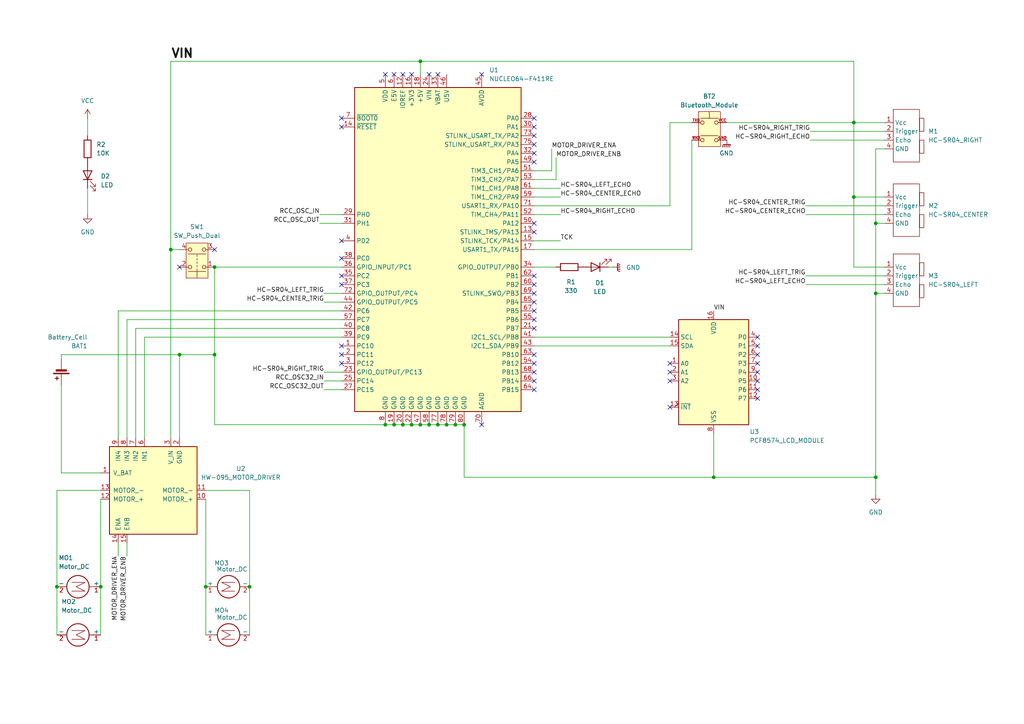
<source format=kicad_sch>
(kicad_sch
	(version 20231120)
	(generator "eeschema")
	(generator_version "8.0")
	(uuid "bee89bbe-29a9-45f9-a33a-22e2e5a4c57a")
	(paper "A4")
	(lib_symbols
		(symbol "Device:Battery_Cell"
			(pin_numbers hide)
			(pin_names
				(offset 0) hide)
			(exclude_from_sim no)
			(in_bom yes)
			(on_board yes)
			(property "Reference" "BT"
				(at 2.54 2.54 0)
				(effects
					(font
						(size 1.27 1.27)
					)
					(justify left)
				)
			)
			(property "Value" "Battery_Cell"
				(at 2.54 0 0)
				(effects
					(font
						(size 1.27 1.27)
					)
					(justify left)
				)
			)
			(property "Footprint" ""
				(at 0 1.524 90)
				(effects
					(font
						(size 1.27 1.27)
					)
					(hide yes)
				)
			)
			(property "Datasheet" "~"
				(at 0 1.524 90)
				(effects
					(font
						(size 1.27 1.27)
					)
					(hide yes)
				)
			)
			(property "Description" "Single-cell battery"
				(at 0 0 0)
				(effects
					(font
						(size 1.27 1.27)
					)
					(hide yes)
				)
			)
			(property "ki_keywords" "battery cell"
				(at 0 0 0)
				(effects
					(font
						(size 1.27 1.27)
					)
					(hide yes)
				)
			)
			(symbol "Battery_Cell_0_1"
				(rectangle
					(start -2.286 1.778)
					(end 2.286 1.524)
					(stroke
						(width 0)
						(type default)
					)
					(fill
						(type outline)
					)
				)
				(rectangle
					(start -1.524 1.016)
					(end 1.524 0.508)
					(stroke
						(width 0)
						(type default)
					)
					(fill
						(type outline)
					)
				)
				(polyline
					(pts
						(xy 0 0.762) (xy 0 0)
					)
					(stroke
						(width 0)
						(type default)
					)
					(fill
						(type none)
					)
				)
				(polyline
					(pts
						(xy 0 1.778) (xy 0 2.54)
					)
					(stroke
						(width 0)
						(type default)
					)
					(fill
						(type none)
					)
				)
				(polyline
					(pts
						(xy 0.762 3.048) (xy 1.778 3.048)
					)
					(stroke
						(width 0.254)
						(type default)
					)
					(fill
						(type none)
					)
				)
				(polyline
					(pts
						(xy 1.27 3.556) (xy 1.27 2.54)
					)
					(stroke
						(width 0.254)
						(type default)
					)
					(fill
						(type none)
					)
				)
			)
			(symbol "Battery_Cell_1_1"
				(pin passive line
					(at 0 5.08 270)
					(length 2.54)
					(name "+"
						(effects
							(font
								(size 1.27 1.27)
							)
						)
					)
					(number "1"
						(effects
							(font
								(size 1.27 1.27)
							)
						)
					)
				)
				(pin passive line
					(at 0 -2.54 90)
					(length 2.54)
					(name "-"
						(effects
							(font
								(size 1.27 1.27)
							)
						)
					)
					(number "2"
						(effects
							(font
								(size 1.27 1.27)
							)
						)
					)
				)
			)
		)
		(symbol "Device:LED"
			(pin_numbers hide)
			(pin_names
				(offset 1.016) hide)
			(exclude_from_sim no)
			(in_bom yes)
			(on_board yes)
			(property "Reference" "D"
				(at 0 2.54 0)
				(effects
					(font
						(size 1.27 1.27)
					)
				)
			)
			(property "Value" "LED"
				(at 0 -2.54 0)
				(effects
					(font
						(size 1.27 1.27)
					)
				)
			)
			(property "Footprint" ""
				(at 0 0 0)
				(effects
					(font
						(size 1.27 1.27)
					)
					(hide yes)
				)
			)
			(property "Datasheet" "~"
				(at 0 0 0)
				(effects
					(font
						(size 1.27 1.27)
					)
					(hide yes)
				)
			)
			(property "Description" "Light emitting diode"
				(at 0 0 0)
				(effects
					(font
						(size 1.27 1.27)
					)
					(hide yes)
				)
			)
			(property "ki_keywords" "LED diode"
				(at 0 0 0)
				(effects
					(font
						(size 1.27 1.27)
					)
					(hide yes)
				)
			)
			(property "ki_fp_filters" "LED* LED_SMD:* LED_THT:*"
				(at 0 0 0)
				(effects
					(font
						(size 1.27 1.27)
					)
					(hide yes)
				)
			)
			(symbol "LED_0_1"
				(polyline
					(pts
						(xy -1.27 -1.27) (xy -1.27 1.27)
					)
					(stroke
						(width 0.254)
						(type default)
					)
					(fill
						(type none)
					)
				)
				(polyline
					(pts
						(xy -1.27 0) (xy 1.27 0)
					)
					(stroke
						(width 0)
						(type default)
					)
					(fill
						(type none)
					)
				)
				(polyline
					(pts
						(xy 1.27 -1.27) (xy 1.27 1.27) (xy -1.27 0) (xy 1.27 -1.27)
					)
					(stroke
						(width 0.254)
						(type default)
					)
					(fill
						(type none)
					)
				)
				(polyline
					(pts
						(xy -3.048 -0.762) (xy -4.572 -2.286) (xy -3.81 -2.286) (xy -4.572 -2.286) (xy -4.572 -1.524)
					)
					(stroke
						(width 0)
						(type default)
					)
					(fill
						(type none)
					)
				)
				(polyline
					(pts
						(xy -1.778 -0.762) (xy -3.302 -2.286) (xy -2.54 -2.286) (xy -3.302 -2.286) (xy -3.302 -1.524)
					)
					(stroke
						(width 0)
						(type default)
					)
					(fill
						(type none)
					)
				)
			)
			(symbol "LED_1_1"
				(pin passive line
					(at -3.81 0 0)
					(length 2.54)
					(name "K"
						(effects
							(font
								(size 1.27 1.27)
							)
						)
					)
					(number "1"
						(effects
							(font
								(size 1.27 1.27)
							)
						)
					)
				)
				(pin passive line
					(at 3.81 0 180)
					(length 2.54)
					(name "A"
						(effects
							(font
								(size 1.27 1.27)
							)
						)
					)
					(number "2"
						(effects
							(font
								(size 1.27 1.27)
							)
						)
					)
				)
			)
		)
		(symbol "Device:R"
			(pin_numbers hide)
			(pin_names
				(offset 0)
			)
			(exclude_from_sim no)
			(in_bom yes)
			(on_board yes)
			(property "Reference" "R"
				(at 2.032 0 90)
				(effects
					(font
						(size 1.27 1.27)
					)
				)
			)
			(property "Value" "R"
				(at 0 0 90)
				(effects
					(font
						(size 1.27 1.27)
					)
				)
			)
			(property "Footprint" ""
				(at -1.778 0 90)
				(effects
					(font
						(size 1.27 1.27)
					)
					(hide yes)
				)
			)
			(property "Datasheet" "~"
				(at 0 0 0)
				(effects
					(font
						(size 1.27 1.27)
					)
					(hide yes)
				)
			)
			(property "Description" "Resistor"
				(at 0 0 0)
				(effects
					(font
						(size 1.27 1.27)
					)
					(hide yes)
				)
			)
			(property "ki_keywords" "R res resistor"
				(at 0 0 0)
				(effects
					(font
						(size 1.27 1.27)
					)
					(hide yes)
				)
			)
			(property "ki_fp_filters" "R_*"
				(at 0 0 0)
				(effects
					(font
						(size 1.27 1.27)
					)
					(hide yes)
				)
			)
			(symbol "R_0_1"
				(rectangle
					(start -1.016 -2.54)
					(end 1.016 2.54)
					(stroke
						(width 0.254)
						(type default)
					)
					(fill
						(type none)
					)
				)
			)
			(symbol "R_1_1"
				(pin passive line
					(at 0 3.81 270)
					(length 1.27)
					(name "~"
						(effects
							(font
								(size 1.27 1.27)
							)
						)
					)
					(number "1"
						(effects
							(font
								(size 1.27 1.27)
							)
						)
					)
				)
				(pin passive line
					(at 0 -3.81 90)
					(length 1.27)
					(name "~"
						(effects
							(font
								(size 1.27 1.27)
							)
						)
					)
					(number "2"
						(effects
							(font
								(size 1.27 1.27)
							)
						)
					)
				)
			)
		)
		(symbol "HC-SR04:HC-SR04"
			(exclude_from_sim no)
			(in_bom yes)
			(on_board yes)
			(property "Reference" "M"
				(at 0 0 0)
				(effects
					(font
						(size 1.27 1.27)
					)
				)
			)
			(property "Value" "HC-SR04"
				(at 0.254 -20.066 0)
				(effects
					(font
						(size 1.27 1.27)
					)
				)
			)
			(property "Footprint" ""
				(at 0 0 0)
				(effects
					(font
						(size 1.27 1.27)
					)
					(hide yes)
				)
			)
			(property "Datasheet" ""
				(at 0 0 0)
				(effects
					(font
						(size 1.27 1.27)
					)
					(hide yes)
				)
			)
			(property "Description" "HC-SR04 Ultrasonic Sensor"
				(at 0 0 0)
				(effects
					(font
						(size 1.27 1.27)
					)
					(hide yes)
				)
			)
			(symbol "HC-SR04_0_1"
				(rectangle
					(start -3.81 -2.54)
					(end 3.81 -17.78)
					(stroke
						(width 0)
						(type default)
					)
					(fill
						(type none)
					)
				)
				(rectangle
					(start 3.81 -15.24)
					(end 5.08 -11.43)
					(stroke
						(width 0)
						(type default)
					)
					(fill
						(type none)
					)
				)
				(rectangle
					(start 3.81 -5.08)
					(end 5.08 -8.89)
					(stroke
						(width 0)
						(type default)
					)
					(fill
						(type none)
					)
				)
			)
			(symbol "HC-SR04_1_1"
				(pin power_in line
					(at -6.35 -6.35 0)
					(length 2.54)
					(name "Vcc"
						(effects
							(font
								(size 1.27 1.27)
							)
						)
					)
					(number "1"
						(effects
							(font
								(size 1.27 1.27)
							)
						)
					)
				)
				(pin input line
					(at -6.35 -8.89 0)
					(length 2.54)
					(name "Trigger"
						(effects
							(font
								(size 1.27 1.27)
							)
						)
					)
					(number "2"
						(effects
							(font
								(size 1.27 1.27)
							)
						)
					)
				)
				(pin output line
					(at -6.35 -11.43 0)
					(length 2.54)
					(name "Echo"
						(effects
							(font
								(size 1.27 1.27)
							)
						)
					)
					(number "3"
						(effects
							(font
								(size 1.27 1.27)
							)
						)
					)
				)
				(pin power_in line
					(at -6.35 -13.97 0)
					(length 2.54)
					(name "GND"
						(effects
							(font
								(size 1.27 1.27)
							)
						)
					)
					(number "4"
						(effects
							(font
								(size 1.27 1.27)
							)
						)
					)
				)
			)
			(symbol "HC-SR04_1_2"
				(pin power_in line
					(at -6.35 -6.35 0)
					(length 2.54)
					(name "Vcc"
						(effects
							(font
								(size 1.27 1.27)
							)
						)
					)
					(number "1"
						(effects
							(font
								(size 1.27 1.27)
							)
						)
					)
				)
				(pin input line
					(at -6.35 -8.89 0)
					(length 2.54)
					(name "Trigger"
						(effects
							(font
								(size 1.27 1.27)
							)
						)
					)
					(number "2"
						(effects
							(font
								(size 1.27 1.27)
							)
						)
					)
				)
				(pin output line
					(at -6.35 -11.43 0)
					(length 2.54)
					(name "Echo"
						(effects
							(font
								(size 1.27 1.27)
							)
						)
					)
					(number "3"
						(effects
							(font
								(size 1.27 1.27)
							)
						)
					)
				)
				(pin power_in line
					(at -6.35 -13.97 0)
					(length 2.54)
					(name "GND"
						(effects
							(font
								(size 1.27 1.27)
							)
						)
					)
					(number "4"
						(effects
							(font
								(size 1.27 1.27)
							)
						)
					)
				)
			)
		)
		(symbol "Interface_Expansion:PCF8574"
			(exclude_from_sim no)
			(in_bom yes)
			(on_board yes)
			(property "Reference" "U3"
				(at 10.414 -17.272 0)
				(effects
					(font
						(size 1.27 1.27)
					)
					(justify left)
				)
			)
			(property "Value" "PCF8574_LCD_MODULE"
				(at 10.414 -19.812 0)
				(effects
					(font
						(size 1.27 1.27)
					)
					(justify left)
				)
			)
			(property "Footprint" ""
				(at 0 0 0)
				(effects
					(font
						(size 1.27 1.27)
					)
					(hide yes)
				)
			)
			(property "Datasheet" "http://www.nxp.com/docs/en/data-sheet/PCF8574_PCF8574A.pdf"
				(at 0 0 0)
				(effects
					(font
						(size 1.27 1.27)
					)
					(hide yes)
				)
			)
			(property "Description" "8 Bit Port/Expander to I2C Bus, DIP/SOIC-16"
				(at 0 0 0)
				(effects
					(font
						(size 1.27 1.27)
					)
					(hide yes)
				)
			)
			(property "ki_keywords" "I2C Expander"
				(at 0 0 0)
				(effects
					(font
						(size 1.27 1.27)
					)
					(hide yes)
				)
			)
			(property "ki_fp_filters" "DIP*W7.62mm* SOIC*7.5x10.3mm*P1.27mm*"
				(at 0 0 0)
				(effects
					(font
						(size 1.27 1.27)
					)
					(hide yes)
				)
			)
			(symbol "PCF8574_0_1"
				(rectangle
					(start -10.16 15.24)
					(end 10.16 -15.24)
					(stroke
						(width 0.254)
						(type default)
					)
					(fill
						(type background)
					)
				)
			)
			(symbol "PCF8574_1_1"
				(pin input line
					(at -12.7 2.54 0)
					(length 2.54)
					(name "A0"
						(effects
							(font
								(size 1.27 1.27)
							)
						)
					)
					(number "1"
						(effects
							(font
								(size 1.27 1.27)
							)
						)
					)
				)
				(pin bidirectional line
					(at 12.7 -2.54 180)
					(length 2.54)
					(name "P5"
						(effects
							(font
								(size 1.27 1.27)
							)
						)
					)
					(number "10"
						(effects
							(font
								(size 1.27 1.27)
							)
						)
					)
				)
				(pin bidirectional line
					(at 12.7 -5.08 180)
					(length 2.54)
					(name "P6"
						(effects
							(font
								(size 1.27 1.27)
							)
						)
					)
					(number "11"
						(effects
							(font
								(size 1.27 1.27)
							)
						)
					)
				)
				(pin bidirectional line
					(at 12.7 -7.62 180)
					(length 2.54)
					(name "P7"
						(effects
							(font
								(size 1.27 1.27)
							)
						)
					)
					(number "12"
						(effects
							(font
								(size 1.27 1.27)
							)
						)
					)
				)
				(pin open_collector output_low
					(at -12.7 -10.16 0)
					(length 2.54)
					(name "~{INT}"
						(effects
							(font
								(size 1.27 1.27)
							)
						)
					)
					(number "13"
						(effects
							(font
								(size 1.27 1.27)
							)
						)
					)
				)
				(pin bidirectional line
					(at -12.7 10.16 0)
					(length 2.54)
					(name "SCL"
						(effects
							(font
								(size 1.27 1.27)
							)
						)
					)
					(number "14"
						(effects
							(font
								(size 1.27 1.27)
							)
						)
					)
				)
				(pin bidirectional line
					(at -12.7 7.62 0)
					(length 2.54)
					(name "SDA"
						(effects
							(font
								(size 1.27 1.27)
							)
						)
					)
					(number "15"
						(effects
							(font
								(size 1.27 1.27)
							)
						)
					)
				)
				(pin power_in line
					(at 0 17.78 270)
					(length 2.54)
					(name "VDD"
						(effects
							(font
								(size 1.27 1.27)
							)
						)
					)
					(number "16"
						(effects
							(font
								(size 1.27 1.27)
							)
						)
					)
				)
				(pin input line
					(at -12.7 0 0)
					(length 2.54)
					(name "A1"
						(effects
							(font
								(size 1.27 1.27)
							)
						)
					)
					(number "2"
						(effects
							(font
								(size 1.27 1.27)
							)
						)
					)
				)
				(pin input line
					(at -12.7 -2.54 0)
					(length 2.54)
					(name "A2"
						(effects
							(font
								(size 1.27 1.27)
							)
						)
					)
					(number "3"
						(effects
							(font
								(size 1.27 1.27)
							)
						)
					)
				)
				(pin bidirectional line
					(at 12.7 10.16 180)
					(length 2.54)
					(name "P0"
						(effects
							(font
								(size 1.27 1.27)
							)
						)
					)
					(number "4"
						(effects
							(font
								(size 1.27 1.27)
							)
						)
					)
				)
				(pin bidirectional line
					(at 12.7 7.62 180)
					(length 2.54)
					(name "P1"
						(effects
							(font
								(size 1.27 1.27)
							)
						)
					)
					(number "5"
						(effects
							(font
								(size 1.27 1.27)
							)
						)
					)
				)
				(pin bidirectional line
					(at 12.7 5.08 180)
					(length 2.54)
					(name "P2"
						(effects
							(font
								(size 1.27 1.27)
							)
						)
					)
					(number "6"
						(effects
							(font
								(size 1.27 1.27)
							)
						)
					)
				)
				(pin bidirectional line
					(at 12.7 2.54 180)
					(length 2.54)
					(name "P3"
						(effects
							(font
								(size 1.27 1.27)
							)
						)
					)
					(number "7"
						(effects
							(font
								(size 1.27 1.27)
							)
						)
					)
				)
				(pin power_in line
					(at 0 -17.78 90)
					(length 2.54)
					(name "VSS"
						(effects
							(font
								(size 1.27 1.27)
							)
						)
					)
					(number "8"
						(effects
							(font
								(size 1.27 1.27)
							)
						)
					)
				)
				(pin bidirectional line
					(at 12.7 0 180)
					(length 2.54)
					(name "P4"
						(effects
							(font
								(size 1.27 1.27)
							)
						)
					)
					(number "9"
						(effects
							(font
								(size 1.27 1.27)
							)
						)
					)
				)
			)
		)
		(symbol "LIB_AI_SOC:BT_1"
			(pin_names
				(offset 1.016) hide)
			(exclude_from_sim no)
			(in_bom yes)
			(on_board yes)
			(property "Reference" "BT1"
				(at 0 10.16 0)
				(effects
					(font
						(size 1.27 1.27)
					)
				)
			)
			(property "Value" "Bluetooth_Module"
				(at 0 7.62 0)
				(effects
					(font
						(size 1.27 1.27)
					)
				)
			)
			(property "Footprint" ""
				(at 0 7.62 0)
				(effects
					(font
						(size 1.27 1.27)
					)
					(hide yes)
				)
			)
			(property "Datasheet" "~"
				(at 0 0 0)
				(effects
					(font
						(size 1.27 1.27)
					)
					(hide yes)
				)
			)
			(property "Description" ""
				(at 0 0 0)
				(effects
					(font
						(size 1.27 1.27)
					)
					(hide yes)
				)
			)
			(property "ki_keywords" "switch normally-open pushbutton push-button"
				(at 0 0 0)
				(effects
					(font
						(size 1.27 1.27)
					)
					(hide yes)
				)
			)
			(symbol "BT_1_0_1"
				(circle
					(center -2.032 -2.54)
					(radius 0.508)
					(stroke
						(width 0)
						(type default)
					)
					(fill
						(type none)
					)
				)
				(circle
					(center -2.032 2.54)
					(radius 0.508)
					(stroke
						(width 0)
						(type default)
					)
					(fill
						(type none)
					)
				)
				(polyline
					(pts
						(xy 0 3.81) (xy 0 5.588)
					)
					(stroke
						(width 0)
						(type default)
					)
					(fill
						(type none)
					)
				)
				(polyline
					(pts
						(xy 2.54 -1.27) (xy -2.54 -1.27)
					)
					(stroke
						(width 0)
						(type default)
					)
					(fill
						(type none)
					)
				)
				(polyline
					(pts
						(xy 2.54 3.81) (xy -2.54 3.81)
					)
					(stroke
						(width 0)
						(type default)
					)
					(fill
						(type none)
					)
				)
				(circle
					(center 2.032 -2.54)
					(radius 0.508)
					(stroke
						(width 0)
						(type default)
					)
					(fill
						(type none)
					)
				)
				(circle
					(center 2.032 2.54)
					(radius 0.508)
					(stroke
						(width 0)
						(type default)
					)
					(fill
						(type none)
					)
				)
			)
			(symbol "BT_1_1_1"
				(rectangle
					(start -3.175 5.715)
					(end 3.175 -4.445)
					(stroke
						(width 0)
						(type default)
					)
					(fill
						(type background)
					)
				)
				(pin passive line
					(at 5.08 -2.54 180)
					(length 2.54)
					(name "3"
						(effects
							(font
								(size 1.27 1.27)
							)
						)
					)
					(number "GND"
						(effects
							(font
								(size 0.762 0.762)
							)
						)
					)
				)
				(pin passive line
					(at -5.08 -2.54 0)
					(length 2.54)
					(name "4"
						(effects
							(font
								(size 1.27 1.27)
							)
						)
					)
					(number "RXD"
						(effects
							(font
								(size 0.762 0.762)
							)
						)
					)
				)
				(pin passive line
					(at -5.08 2.54 0)
					(length 2.54)
					(name "2"
						(effects
							(font
								(size 1.27 1.27)
							)
						)
					)
					(number "TXD"
						(effects
							(font
								(size 0.762 0.762)
							)
						)
					)
				)
				(pin passive line
					(at 5.08 2.54 180)
					(length 2.54)
					(name "1"
						(effects
							(font
								(size 1.27 1.27)
							)
						)
					)
					(number "VCC"
						(effects
							(font
								(size 0.762 0.762)
							)
						)
					)
				)
			)
		)
		(symbol "LIB_AI_SOC:HW_095"
			(pin_names
				(offset 1.016)
			)
			(exclude_from_sim no)
			(in_bom yes)
			(on_board yes)
			(property "Reference" "U2"
				(at 15.494 -2.032 90)
				(effects
					(font
						(size 1.27 1.27)
					)
				)
			)
			(property "Value" "HW-095_MOTOR_DRIVER"
				(at 17.526 6.096 90)
				(effects
					(font
						(size 1.27 1.27)
					)
				)
			)
			(property "Footprint" ""
				(at 2.286 -20.574 0)
				(effects
					(font
						(size 1.27 1.27)
					)
					(hide yes)
				)
			)
			(property "Datasheet" ""
				(at 2.032 -17.526 0)
				(effects
					(font
						(size 1.27 1.27)
					)
					(hide yes)
				)
			)
			(property "Description" ""
				(at -1.016 -15.494 0)
				(effects
					(font
						(size 1.27 1.27)
					)
					(hide yes)
				)
			)
			(property "ki_keywords" "Support IC for SLA7042M/SLA7044M"
				(at 0 0 0)
				(effects
					(font
						(size 1.27 1.27)
					)
					(hide yes)
				)
			)
			(property "ki_fp_filters" "DIP* PDIP*"
				(at 0 0 0)
				(effects
					(font
						(size 1.27 1.27)
					)
					(hide yes)
				)
			)
			(symbol "HW_095_0_1"
				(rectangle
					(start 12.7 -12.7)
					(end -12.7 12.7)
					(stroke
						(width 0.254)
						(type default)
					)
					(fill
						(type background)
					)
				)
			)
			(symbol "HW_095_1_1"
				(pin input line
					(at -5.08 -15.24 90)
					(length 2.54)
					(name "V_BAT"
						(effects
							(font
								(size 1.27 1.27)
							)
						)
					)
					(number "1"
						(effects
							(font
								(size 1.27 1.27)
							)
						)
					)
				)
				(pin output line
					(at 2.54 15.24 270)
					(length 2.54)
					(name "MOTOR_+"
						(effects
							(font
								(size 1.27 1.27)
							)
						)
					)
					(number "10"
						(effects
							(font
								(size 1.27 1.27)
							)
						)
					)
				)
				(pin output line
					(at 0 15.24 270)
					(length 2.54)
					(name "MOTOR_-"
						(effects
							(font
								(size 1.27 1.27)
							)
						)
					)
					(number "11"
						(effects
							(font
								(size 1.27 1.27)
							)
						)
					)
				)
				(pin output line
					(at 2.54 -15.24 90)
					(length 2.54)
					(name "MOTOR_+"
						(effects
							(font
								(size 1.27 1.27)
							)
						)
					)
					(number "12"
						(effects
							(font
								(size 1.27 1.27)
							)
						)
					)
				)
				(pin output line
					(at 0 -15.24 90)
					(length 2.54)
					(name "MOTOR_-"
						(effects
							(font
								(size 1.27 1.27)
							)
						)
					)
					(number "13"
						(effects
							(font
								(size 1.27 1.27)
							)
						)
					)
				)
				(pin output line
					(at 15.24 -10.16 180)
					(length 2.54)
					(name "ENA"
						(effects
							(font
								(size 1.27 1.27)
							)
						)
					)
					(number "14"
						(effects
							(font
								(size 1.27 1.27)
							)
						)
					)
				)
				(pin output line
					(at 15.24 -7.62 180)
					(length 2.54)
					(name "ENB"
						(effects
							(font
								(size 1.27 1.27)
							)
						)
					)
					(number "15"
						(effects
							(font
								(size 1.27 1.27)
							)
						)
					)
				)
				(pin input line
					(at -15.24 7.62 0)
					(length 2.54)
					(name "GND"
						(effects
							(font
								(size 1.27 1.27)
							)
						)
					)
					(number "2"
						(effects
							(font
								(size 1.27 1.27)
							)
						)
					)
				)
				(pin input line
					(at -15.24 5.08 0)
					(length 2.54)
					(name "V_IN"
						(effects
							(font
								(size 1.27 1.27)
							)
						)
					)
					(number "3"
						(effects
							(font
								(size 1.27 1.27)
							)
						)
					)
				)
				(pin input line
					(at -15.24 -2.54 0)
					(length 2.54)
					(name "IN1"
						(effects
							(font
								(size 1.27 1.27)
							)
						)
					)
					(number "6"
						(effects
							(font
								(size 1.27 1.27)
							)
						)
					)
				)
				(pin input line
					(at -15.24 -5.08 0)
					(length 2.54)
					(name "IN2"
						(effects
							(font
								(size 1.27 1.27)
							)
						)
					)
					(number "7"
						(effects
							(font
								(size 1.27 1.27)
							)
						)
					)
				)
				(pin input line
					(at -15.24 -7.62 0)
					(length 2.54)
					(name "IN3"
						(effects
							(font
								(size 1.27 1.27)
							)
						)
					)
					(number "8"
						(effects
							(font
								(size 1.27 1.27)
							)
						)
					)
				)
				(pin input line
					(at -15.24 -10.16 0)
					(length 2.54)
					(name "IN4"
						(effects
							(font
								(size 1.27 1.27)
							)
						)
					)
					(number "9"
						(effects
							(font
								(size 1.27 1.27)
							)
						)
					)
				)
			)
		)
		(symbol "MCU_Module:NUCLEO64-F411RE"
			(exclude_from_sim no)
			(in_bom yes)
			(on_board yes)
			(property "Reference" "U1"
				(at 14.8941 52.07 0)
				(effects
					(font
						(size 1.27 1.27)
					)
					(justify left)
				)
			)
			(property "Value" "NUCLEO64-F411RE"
				(at 14.8941 49.53 0)
				(effects
					(font
						(size 1.27 1.27)
					)
					(justify left)
				)
			)
			(property "Footprint" "Module:ST_Morpho_Connector_144_STLink"
				(at 13.97 -48.26 0)
				(effects
					(font
						(size 1.27 1.27)
					)
					(justify left)
					(hide yes)
				)
			)
			(property "Datasheet" "http://www.st.com/st-web-ui/static/active/en/resource/technical/document/data_brief/DM00105918.pdf"
				(at -29.718 -52.324 0)
				(effects
					(font
						(size 1.27 1.27)
					)
					(hide yes)
				)
			)
			(property "Description" "Nucleo 64 Development Board with STM32F411RET6 MCU, 128kB RAM, 512KB FLASH"
				(at 4.064 -60.198 0)
				(effects
					(font
						(size 1.27 1.27)
					)
					(hide yes)
				)
			)
			(property "ki_keywords" "STM32 Nucleo ST"
				(at 0 0 0)
				(effects
					(font
						(size 1.27 1.27)
					)
					(hide yes)
				)
			)
			(property "ki_fp_filters" "ST*Morpho*Connector*144*STLink*"
				(at 0 0 0)
				(effects
					(font
						(size 1.27 1.27)
					)
					(hide yes)
				)
			)
			(symbol "NUCLEO64-F411RE_0_1"
				(rectangle
					(start -24.13 -46.99)
					(end 24.13 46.99)
					(stroke
						(width 0.254)
						(type default)
					)
					(fill
						(type background)
					)
				)
			)
			(symbol "NUCLEO64-F411RE_1_1"
				(pin bidirectional line
					(at -27.94 -27.94 0)
					(length 3.81)
					(name "PC10"
						(effects
							(font
								(size 1.27 1.27)
							)
						)
					)
					(number "1"
						(effects
							(font
								(size 1.27 1.27)
							)
						)
					)
				)
				(pin no_connect line
					(at -24.13 20.32 0)
					(length 3.81) hide
					(name "NC"
						(effects
							(font
								(size 1.27 1.27)
							)
						)
					)
					(number "10"
						(effects
							(font
								(size 1.27 1.27)
							)
						)
					)
				)
				(pin no_connect line
					(at -24.13 15.24 0)
					(length 3.81) hide
					(name "NC"
						(effects
							(font
								(size 1.27 1.27)
							)
						)
					)
					(number "11"
						(effects
							(font
								(size 1.27 1.27)
							)
						)
					)
				)
				(pin power_in line
					(at -10.16 50.8 270)
					(length 3.81)
					(name "IOREF"
						(effects
							(font
								(size 1.27 1.27)
							)
						)
					)
					(number "12"
						(effects
							(font
								(size 1.27 1.27)
							)
						)
					)
				)
				(pin bidirectional line
					(at 27.94 5.08 180)
					(length 3.81)
					(name "STLINK_TMS/PA13"
						(effects
							(font
								(size 1.27 1.27)
							)
						)
					)
					(number "13"
						(effects
							(font
								(size 1.27 1.27)
							)
						)
					)
				)
				(pin input line
					(at -27.94 35.56 0)
					(length 3.81)
					(name "~{RESET}"
						(effects
							(font
								(size 1.27 1.27)
							)
						)
					)
					(number "14"
						(effects
							(font
								(size 1.27 1.27)
							)
						)
					)
				)
				(pin bidirectional line
					(at 27.94 2.54 180)
					(length 3.81)
					(name "STLINK_TCK/PA14"
						(effects
							(font
								(size 1.27 1.27)
							)
						)
					)
					(number "15"
						(effects
							(font
								(size 1.27 1.27)
							)
						)
					)
				)
				(pin power_in line
					(at -7.62 50.8 270)
					(length 3.81)
					(name "+3V3"
						(effects
							(font
								(size 1.27 1.27)
							)
						)
					)
					(number "16"
						(effects
							(font
								(size 1.27 1.27)
							)
						)
					)
				)
				(pin bidirectional line
					(at 27.94 0 180)
					(length 3.81)
					(name "USART1_TX/PA15"
						(effects
							(font
								(size 1.27 1.27)
							)
						)
					)
					(number "17"
						(effects
							(font
								(size 1.27 1.27)
							)
						)
					)
				)
				(pin power_in line
					(at -5.08 50.8 270)
					(length 3.81)
					(name "+5V"
						(effects
							(font
								(size 1.27 1.27)
							)
						)
					)
					(number "18"
						(effects
							(font
								(size 1.27 1.27)
							)
						)
					)
				)
				(pin power_in line
					(at -12.7 -50.8 90)
					(length 3.81)
					(name "GND"
						(effects
							(font
								(size 1.27 1.27)
							)
						)
					)
					(number "19"
						(effects
							(font
								(size 1.27 1.27)
							)
						)
					)
				)
				(pin bidirectional line
					(at -27.94 -30.48 0)
					(length 3.81)
					(name "PC11"
						(effects
							(font
								(size 1.27 1.27)
							)
						)
					)
					(number "2"
						(effects
							(font
								(size 1.27 1.27)
							)
						)
					)
				)
				(pin power_in line
					(at -10.16 -50.8 90)
					(length 3.81)
					(name "GND"
						(effects
							(font
								(size 1.27 1.27)
							)
						)
					)
					(number "20"
						(effects
							(font
								(size 1.27 1.27)
							)
						)
					)
				)
				(pin bidirectional line
					(at 27.94 -22.86 180)
					(length 3.81)
					(name "PB7"
						(effects
							(font
								(size 1.27 1.27)
							)
						)
					)
					(number "21"
						(effects
							(font
								(size 1.27 1.27)
							)
						)
					)
				)
				(pin power_in line
					(at -7.62 -50.8 90)
					(length 3.81)
					(name "GND"
						(effects
							(font
								(size 1.27 1.27)
							)
						)
					)
					(number "22"
						(effects
							(font
								(size 1.27 1.27)
							)
						)
					)
				)
				(pin bidirectional line
					(at -27.94 -35.56 0)
					(length 3.81)
					(name "GPIO_OUTPUT/PC13"
						(effects
							(font
								(size 1.27 1.27)
							)
						)
					)
					(number "23"
						(effects
							(font
								(size 1.27 1.27)
							)
						)
					)
				)
				(pin power_in line
					(at -2.54 50.8 270)
					(length 3.81)
					(name "VIN"
						(effects
							(font
								(size 1.27 1.27)
							)
						)
					)
					(number "24"
						(effects
							(font
								(size 1.27 1.27)
							)
						)
					)
				)
				(pin bidirectional line
					(at -27.94 -38.1 0)
					(length 3.81)
					(name "PC14"
						(effects
							(font
								(size 1.27 1.27)
							)
						)
					)
					(number "25"
						(effects
							(font
								(size 1.27 1.27)
							)
						)
					)
				)
				(pin no_connect line
					(at -24.13 22.86 0)
					(length 3.81) hide
					(name "NC"
						(effects
							(font
								(size 1.27 1.27)
							)
						)
					)
					(number "26"
						(effects
							(font
								(size 1.27 1.27)
							)
						)
					)
				)
				(pin bidirectional line
					(at -27.94 -40.64 0)
					(length 3.81)
					(name "PC15"
						(effects
							(font
								(size 1.27 1.27)
							)
						)
					)
					(number "27"
						(effects
							(font
								(size 1.27 1.27)
							)
						)
					)
				)
				(pin bidirectional line
					(at 27.94 38.1 180)
					(length 3.81)
					(name "PA0"
						(effects
							(font
								(size 1.27 1.27)
							)
						)
					)
					(number "28"
						(effects
							(font
								(size 1.27 1.27)
							)
						)
					)
				)
				(pin bidirectional line
					(at -27.94 10.16 0)
					(length 3.81)
					(name "PH0"
						(effects
							(font
								(size 1.27 1.27)
							)
						)
					)
					(number "29"
						(effects
							(font
								(size 1.27 1.27)
							)
						)
					)
				)
				(pin bidirectional line
					(at -27.94 -33.02 0)
					(length 3.81)
					(name "PC12"
						(effects
							(font
								(size 1.27 1.27)
							)
						)
					)
					(number "3"
						(effects
							(font
								(size 1.27 1.27)
							)
						)
					)
				)
				(pin bidirectional line
					(at 27.94 35.56 180)
					(length 3.81)
					(name "PA1"
						(effects
							(font
								(size 1.27 1.27)
							)
						)
					)
					(number "30"
						(effects
							(font
								(size 1.27 1.27)
							)
						)
					)
				)
				(pin bidirectional line
					(at -27.94 7.62 0)
					(length 3.81)
					(name "PH1"
						(effects
							(font
								(size 1.27 1.27)
							)
						)
					)
					(number "31"
						(effects
							(font
								(size 1.27 1.27)
							)
						)
					)
				)
				(pin bidirectional line
					(at 27.94 27.94 180)
					(length 3.81)
					(name "PA4"
						(effects
							(font
								(size 1.27 1.27)
							)
						)
					)
					(number "32"
						(effects
							(font
								(size 1.27 1.27)
							)
						)
					)
				)
				(pin power_in line
					(at 0 50.8 270)
					(length 3.81)
					(name "VBAT"
						(effects
							(font
								(size 1.27 1.27)
							)
						)
					)
					(number "33"
						(effects
							(font
								(size 1.27 1.27)
							)
						)
					)
				)
				(pin bidirectional line
					(at 27.94 -5.08 180)
					(length 3.81)
					(name "GPIO_OUTPUT/PB0"
						(effects
							(font
								(size 1.27 1.27)
							)
						)
					)
					(number "34"
						(effects
							(font
								(size 1.27 1.27)
							)
						)
					)
				)
				(pin bidirectional line
					(at -27.94 -7.62 0)
					(length 3.81)
					(name "PC2"
						(effects
							(font
								(size 1.27 1.27)
							)
						)
					)
					(number "35"
						(effects
							(font
								(size 1.27 1.27)
							)
						)
					)
				)
				(pin bidirectional line
					(at -27.94 -5.08 0)
					(length 3.81)
					(name "GPIO_INPUT/PC1"
						(effects
							(font
								(size 1.27 1.27)
							)
						)
					)
					(number "36"
						(effects
							(font
								(size 1.27 1.27)
							)
						)
					)
				)
				(pin bidirectional line
					(at -27.94 -10.16 0)
					(length 3.81)
					(name "PC3"
						(effects
							(font
								(size 1.27 1.27)
							)
						)
					)
					(number "37"
						(effects
							(font
								(size 1.27 1.27)
							)
						)
					)
				)
				(pin bidirectional line
					(at -27.94 -2.54 0)
					(length 3.81)
					(name "PC0"
						(effects
							(font
								(size 1.27 1.27)
							)
						)
					)
					(number "38"
						(effects
							(font
								(size 1.27 1.27)
							)
						)
					)
				)
				(pin bidirectional line
					(at -27.94 -25.4 0)
					(length 3.81)
					(name "PC9"
						(effects
							(font
								(size 1.27 1.27)
							)
						)
					)
					(number "39"
						(effects
							(font
								(size 1.27 1.27)
							)
						)
					)
				)
				(pin bidirectional line
					(at -27.94 2.54 0)
					(length 3.81)
					(name "PD2"
						(effects
							(font
								(size 1.27 1.27)
							)
						)
					)
					(number "4"
						(effects
							(font
								(size 1.27 1.27)
							)
						)
					)
				)
				(pin bidirectional line
					(at -27.94 -22.86 0)
					(length 3.81)
					(name "PC8"
						(effects
							(font
								(size 1.27 1.27)
							)
						)
					)
					(number "40"
						(effects
							(font
								(size 1.27 1.27)
							)
						)
					)
				)
				(pin bidirectional line
					(at 27.94 -25.4 180)
					(length 3.81)
					(name "I2C1_SCL/PB8"
						(effects
							(font
								(size 1.27 1.27)
							)
						)
					)
					(number "41"
						(effects
							(font
								(size 1.27 1.27)
							)
						)
					)
				)
				(pin bidirectional line
					(at -27.94 -17.78 0)
					(length 3.81)
					(name "PC6"
						(effects
							(font
								(size 1.27 1.27)
							)
						)
					)
					(number "42"
						(effects
							(font
								(size 1.27 1.27)
							)
						)
					)
				)
				(pin bidirectional line
					(at 27.94 -27.94 180)
					(length 3.81)
					(name "I2C1_SDA/PB9"
						(effects
							(font
								(size 1.27 1.27)
							)
						)
					)
					(number "43"
						(effects
							(font
								(size 1.27 1.27)
							)
						)
					)
				)
				(pin bidirectional line
					(at -27.94 -15.24 0)
					(length 3.81)
					(name "GPIO_OUTPUT/PC5"
						(effects
							(font
								(size 1.27 1.27)
							)
						)
					)
					(number "44"
						(effects
							(font
								(size 1.27 1.27)
							)
						)
					)
				)
				(pin power_in line
					(at 12.7 50.8 270)
					(length 3.81)
					(name "AVDD"
						(effects
							(font
								(size 1.27 1.27)
							)
						)
					)
					(number "45"
						(effects
							(font
								(size 1.27 1.27)
							)
						)
					)
				)
				(pin power_in line
					(at 2.54 50.8 270)
					(length 3.81)
					(name "U5V"
						(effects
							(font
								(size 1.27 1.27)
							)
						)
					)
					(number "46"
						(effects
							(font
								(size 1.27 1.27)
							)
						)
					)
				)
				(pin power_in line
					(at -5.08 -50.8 90)
					(length 3.81)
					(name "GND"
						(effects
							(font
								(size 1.27 1.27)
							)
						)
					)
					(number "47"
						(effects
							(font
								(size 1.27 1.27)
							)
						)
					)
				)
				(pin no_connect line
					(at -24.13 25.4 0)
					(length 3.81) hide
					(name "NC"
						(effects
							(font
								(size 1.27 1.27)
							)
						)
					)
					(number "48"
						(effects
							(font
								(size 1.27 1.27)
							)
						)
					)
				)
				(pin bidirectional line
					(at 27.94 25.4 180)
					(length 3.81)
					(name "PA5"
						(effects
							(font
								(size 1.27 1.27)
							)
						)
					)
					(number "49"
						(effects
							(font
								(size 1.27 1.27)
							)
						)
					)
				)
				(pin power_in line
					(at -15.24 50.8 270)
					(length 3.81)
					(name "VDD"
						(effects
							(font
								(size 1.27 1.27)
							)
						)
					)
					(number "5"
						(effects
							(font
								(size 1.27 1.27)
							)
						)
					)
				)
				(pin bidirectional line
					(at 27.94 7.62 180)
					(length 3.81)
					(name "PA12"
						(effects
							(font
								(size 1.27 1.27)
							)
						)
					)
					(number "50"
						(effects
							(font
								(size 1.27 1.27)
							)
						)
					)
				)
				(pin bidirectional line
					(at 27.94 22.86 180)
					(length 3.81)
					(name "TIM3_CH1/PA6"
						(effects
							(font
								(size 1.27 1.27)
							)
						)
					)
					(number "51"
						(effects
							(font
								(size 1.27 1.27)
							)
						)
					)
				)
				(pin bidirectional line
					(at 27.94 10.16 180)
					(length 3.81)
					(name "TIM_CH4/PA11"
						(effects
							(font
								(size 1.27 1.27)
							)
						)
					)
					(number "52"
						(effects
							(font
								(size 1.27 1.27)
							)
						)
					)
				)
				(pin bidirectional line
					(at 27.94 20.32 180)
					(length 3.81)
					(name "TIM3_CH2/PA7"
						(effects
							(font
								(size 1.27 1.27)
							)
						)
					)
					(number "53"
						(effects
							(font
								(size 1.27 1.27)
							)
						)
					)
				)
				(pin bidirectional line
					(at 27.94 -33.02 180)
					(length 3.81)
					(name "PB12"
						(effects
							(font
								(size 1.27 1.27)
							)
						)
					)
					(number "54"
						(effects
							(font
								(size 1.27 1.27)
							)
						)
					)
				)
				(pin bidirectional line
					(at 27.94 -20.32 180)
					(length 3.81)
					(name "PB6"
						(effects
							(font
								(size 1.27 1.27)
							)
						)
					)
					(number "55"
						(effects
							(font
								(size 1.27 1.27)
							)
						)
					)
				)
				(pin no_connect line
					(at -24.13 33.02 0)
					(length 3.81) hide
					(name "NC"
						(effects
							(font
								(size 1.27 1.27)
							)
						)
					)
					(number "56"
						(effects
							(font
								(size 1.27 1.27)
							)
						)
					)
				)
				(pin bidirectional line
					(at -27.94 -20.32 0)
					(length 3.81)
					(name "PC7"
						(effects
							(font
								(size 1.27 1.27)
							)
						)
					)
					(number "57"
						(effects
							(font
								(size 1.27 1.27)
							)
						)
					)
				)
				(pin power_in line
					(at -2.54 -50.8 90)
					(length 3.81)
					(name "GND"
						(effects
							(font
								(size 1.27 1.27)
							)
						)
					)
					(number "58"
						(effects
							(font
								(size 1.27 1.27)
							)
						)
					)
				)
				(pin bidirectional line
					(at 27.94 15.24 180)
					(length 3.81)
					(name "TIM1_CH2/PA9"
						(effects
							(font
								(size 1.27 1.27)
							)
						)
					)
					(number "59"
						(effects
							(font
								(size 1.27 1.27)
							)
						)
					)
				)
				(pin power_in line
					(at -12.7 50.8 270)
					(length 3.81)
					(name "E5V"
						(effects
							(font
								(size 1.27 1.27)
							)
						)
					)
					(number "6"
						(effects
							(font
								(size 1.27 1.27)
							)
						)
					)
				)
				(pin bidirectional line
					(at 27.94 -10.16 180)
					(length 3.81)
					(name "PB2"
						(effects
							(font
								(size 1.27 1.27)
							)
						)
					)
					(number "60"
						(effects
							(font
								(size 1.27 1.27)
							)
						)
					)
				)
				(pin bidirectional line
					(at 27.94 17.78 180)
					(length 3.81)
					(name "TIM1_CH1/PA8"
						(effects
							(font
								(size 1.27 1.27)
							)
						)
					)
					(number "61"
						(effects
							(font
								(size 1.27 1.27)
							)
						)
					)
				)
				(pin bidirectional line
					(at 27.94 -7.62 180)
					(length 3.81)
					(name "PB1"
						(effects
							(font
								(size 1.27 1.27)
							)
						)
					)
					(number "62"
						(effects
							(font
								(size 1.27 1.27)
							)
						)
					)
				)
				(pin bidirectional line
					(at 27.94 -30.48 180)
					(length 3.81)
					(name "PB10"
						(effects
							(font
								(size 1.27 1.27)
							)
						)
					)
					(number "63"
						(effects
							(font
								(size 1.27 1.27)
							)
						)
					)
				)
				(pin bidirectional line
					(at 27.94 -40.64 180)
					(length 3.81)
					(name "PB15"
						(effects
							(font
								(size 1.27 1.27)
							)
						)
					)
					(number "64"
						(effects
							(font
								(size 1.27 1.27)
							)
						)
					)
				)
				(pin bidirectional line
					(at 27.94 -15.24 180)
					(length 3.81)
					(name "PB4"
						(effects
							(font
								(size 1.27 1.27)
							)
						)
					)
					(number "65"
						(effects
							(font
								(size 1.27 1.27)
							)
						)
					)
				)
				(pin bidirectional line
					(at 27.94 -38.1 180)
					(length 3.81)
					(name "PB14"
						(effects
							(font
								(size 1.27 1.27)
							)
						)
					)
					(number "66"
						(effects
							(font
								(size 1.27 1.27)
							)
						)
					)
				)
				(pin bidirectional line
					(at 27.94 -17.78 180)
					(length 3.81)
					(name "PB5"
						(effects
							(font
								(size 1.27 1.27)
							)
						)
					)
					(number "67"
						(effects
							(font
								(size 1.27 1.27)
							)
						)
					)
				)
				(pin bidirectional line
					(at 27.94 -35.56 180)
					(length 3.81)
					(name "PB13"
						(effects
							(font
								(size 1.27 1.27)
							)
						)
					)
					(number "68"
						(effects
							(font
								(size 1.27 1.27)
							)
						)
					)
				)
				(pin bidirectional line
					(at 27.94 -12.7 180)
					(length 3.81)
					(name "STLINK_SWO/PB3"
						(effects
							(font
								(size 1.27 1.27)
							)
						)
					)
					(number "69"
						(effects
							(font
								(size 1.27 1.27)
							)
						)
					)
				)
				(pin input line
					(at -27.94 38.1 0)
					(length 3.81)
					(name "~{BOOT0}"
						(effects
							(font
								(size 1.27 1.27)
							)
						)
					)
					(number "7"
						(effects
							(font
								(size 1.27 1.27)
							)
						)
					)
				)
				(pin power_in line
					(at 12.7 -50.8 90)
					(length 3.81)
					(name "AGND"
						(effects
							(font
								(size 1.27 1.27)
							)
						)
					)
					(number "70"
						(effects
							(font
								(size 1.27 1.27)
							)
						)
					)
				)
				(pin bidirectional line
					(at 27.94 12.7 180)
					(length 3.81)
					(name "USART1_RX/PA10"
						(effects
							(font
								(size 1.27 1.27)
							)
						)
					)
					(number "71"
						(effects
							(font
								(size 1.27 1.27)
							)
						)
					)
				)
				(pin bidirectional line
					(at -27.94 -12.7 0)
					(length 3.81)
					(name "GPIO_OUTPUT/PC4"
						(effects
							(font
								(size 1.27 1.27)
							)
						)
					)
					(number "72"
						(effects
							(font
								(size 1.27 1.27)
							)
						)
					)
				)
				(pin bidirectional line
					(at 27.94 33.02 180)
					(length 3.81)
					(name "STLINK_USART_TX/PA2"
						(effects
							(font
								(size 1.27 1.27)
							)
						)
					)
					(number "73"
						(effects
							(font
								(size 1.27 1.27)
							)
						)
					)
				)
				(pin no_connect line
					(at -24.13 30.48 0)
					(length 3.81) hide
					(name "NC"
						(effects
							(font
								(size 1.27 1.27)
							)
						)
					)
					(number "74"
						(effects
							(font
								(size 1.27 1.27)
							)
						)
					)
				)
				(pin bidirectional line
					(at 27.94 30.48 180)
					(length 3.81)
					(name "STLINK_USART_RX/PA3"
						(effects
							(font
								(size 1.27 1.27)
							)
						)
					)
					(number "75"
						(effects
							(font
								(size 1.27 1.27)
							)
						)
					)
				)
				(pin no_connect line
					(at -24.13 27.94 0)
					(length 3.81) hide
					(name "NC"
						(effects
							(font
								(size 1.27 1.27)
							)
						)
					)
					(number "76"
						(effects
							(font
								(size 1.27 1.27)
							)
						)
					)
				)
				(pin power_in line
					(at 0 -50.8 90)
					(length 3.81)
					(name "GND"
						(effects
							(font
								(size 1.27 1.27)
							)
						)
					)
					(number "77"
						(effects
							(font
								(size 1.27 1.27)
							)
						)
					)
				)
				(pin power_in line
					(at 2.54 -50.8 90)
					(length 3.81)
					(name "GND"
						(effects
							(font
								(size 1.27 1.27)
							)
						)
					)
					(number "78"
						(effects
							(font
								(size 1.27 1.27)
							)
						)
					)
				)
				(pin power_in line
					(at 5.08 -50.8 90)
					(length 3.81)
					(name "GND"
						(effects
							(font
								(size 1.27 1.27)
							)
						)
					)
					(number "79"
						(effects
							(font
								(size 1.27 1.27)
							)
						)
					)
				)
				(pin power_in line
					(at -15.24 -50.8 90)
					(length 3.81)
					(name "GND"
						(effects
							(font
								(size 1.27 1.27)
							)
						)
					)
					(number "8"
						(effects
							(font
								(size 1.27 1.27)
							)
						)
					)
				)
				(pin power_in line
					(at 7.62 -50.8 90)
					(length 3.81)
					(name "GND"
						(effects
							(font
								(size 1.27 1.27)
							)
						)
					)
					(number "80"
						(effects
							(font
								(size 1.27 1.27)
							)
						)
					)
				)
				(pin no_connect line
					(at -24.13 17.78 0)
					(length 3.81) hide
					(name "NC"
						(effects
							(font
								(size 1.27 1.27)
							)
						)
					)
					(number "9"
						(effects
							(font
								(size 1.27 1.27)
							)
						)
					)
				)
			)
		)
		(symbol "Motor:Motor_DC"
			(pin_names
				(offset 0)
			)
			(exclude_from_sim no)
			(in_bom yes)
			(on_board yes)
			(property "Reference" "M"
				(at 2.54 2.54 0)
				(effects
					(font
						(size 1.27 1.27)
					)
					(justify left)
				)
			)
			(property "Value" "Motor_DC"
				(at 2.54 -5.08 0)
				(effects
					(font
						(size 1.27 1.27)
					)
					(justify left top)
				)
			)
			(property "Footprint" ""
				(at 0 -2.286 0)
				(effects
					(font
						(size 1.27 1.27)
					)
					(hide yes)
				)
			)
			(property "Datasheet" "~"
				(at 0 -2.286 0)
				(effects
					(font
						(size 1.27 1.27)
					)
					(hide yes)
				)
			)
			(property "Description" "DC Motor"
				(at 0 0 0)
				(effects
					(font
						(size 1.27 1.27)
					)
					(hide yes)
				)
			)
			(property "ki_keywords" "DC Motor"
				(at 0 0 0)
				(effects
					(font
						(size 1.27 1.27)
					)
					(hide yes)
				)
			)
			(property "ki_fp_filters" "PinHeader*P2.54mm* TerminalBlock*"
				(at 0 0 0)
				(effects
					(font
						(size 1.27 1.27)
					)
					(hide yes)
				)
			)
			(symbol "Motor_DC_0_0"
				(polyline
					(pts
						(xy -1.27 -3.302) (xy -1.27 0.508) (xy 0 -2.032) (xy 1.27 0.508) (xy 1.27 -3.302)
					)
					(stroke
						(width 0)
						(type default)
					)
					(fill
						(type none)
					)
				)
			)
			(symbol "Motor_DC_0_1"
				(circle
					(center 0 -1.524)
					(radius 3.2512)
					(stroke
						(width 0.254)
						(type default)
					)
					(fill
						(type none)
					)
				)
				(polyline
					(pts
						(xy 0 -7.62) (xy 0 -7.112)
					)
					(stroke
						(width 0)
						(type default)
					)
					(fill
						(type none)
					)
				)
				(polyline
					(pts
						(xy 0 -4.7752) (xy 0 -5.1816)
					)
					(stroke
						(width 0)
						(type default)
					)
					(fill
						(type none)
					)
				)
				(polyline
					(pts
						(xy 0 1.7272) (xy 0 2.0828)
					)
					(stroke
						(width 0)
						(type default)
					)
					(fill
						(type none)
					)
				)
				(polyline
					(pts
						(xy 0 2.032) (xy 0 2.54)
					)
					(stroke
						(width 0)
						(type default)
					)
					(fill
						(type none)
					)
				)
			)
			(symbol "Motor_DC_1_1"
				(pin passive line
					(at 0 5.08 270)
					(length 2.54)
					(name "+"
						(effects
							(font
								(size 1.27 1.27)
							)
						)
					)
					(number "1"
						(effects
							(font
								(size 1.27 1.27)
							)
						)
					)
				)
				(pin passive line
					(at 0 -7.62 90)
					(length 2.54)
					(name "-"
						(effects
							(font
								(size 1.27 1.27)
							)
						)
					)
					(number "2"
						(effects
							(font
								(size 1.27 1.27)
							)
						)
					)
				)
			)
		)
		(symbol "Switch:SW_Push_Dual"
			(pin_names
				(offset 1.016) hide)
			(exclude_from_sim no)
			(in_bom yes)
			(on_board yes)
			(property "Reference" "SW"
				(at 0 7.62 0)
				(effects
					(font
						(size 1.27 1.27)
					)
				)
			)
			(property "Value" "SW_Push_Dual"
				(at 0 -6.35 0)
				(effects
					(font
						(size 1.27 1.27)
					)
				)
			)
			(property "Footprint" ""
				(at 0 7.62 0)
				(effects
					(font
						(size 1.27 1.27)
					)
					(hide yes)
				)
			)
			(property "Datasheet" "~"
				(at 0 0 0)
				(effects
					(font
						(size 1.27 1.27)
					)
					(hide yes)
				)
			)
			(property "Description" "Push button switch, generic, symbol, four pins"
				(at 0 0 0)
				(effects
					(font
						(size 1.27 1.27)
					)
					(hide yes)
				)
			)
			(property "ki_keywords" "switch normally-open pushbutton push-button"
				(at 0 0 0)
				(effects
					(font
						(size 1.27 1.27)
					)
					(hide yes)
				)
			)
			(symbol "SW_Push_Dual_0_1"
				(circle
					(center -2.032 -2.54)
					(radius 0.508)
					(stroke
						(width 0)
						(type default)
					)
					(fill
						(type none)
					)
				)
				(circle
					(center -2.032 2.54)
					(radius 0.508)
					(stroke
						(width 0)
						(type default)
					)
					(fill
						(type none)
					)
				)
				(polyline
					(pts
						(xy 0 -0.508) (xy 0 -1.016)
					)
					(stroke
						(width 0)
						(type default)
					)
					(fill
						(type none)
					)
				)
				(polyline
					(pts
						(xy 0 0.508) (xy 0 0)
					)
					(stroke
						(width 0)
						(type default)
					)
					(fill
						(type none)
					)
				)
				(polyline
					(pts
						(xy 0 1.016) (xy 0 1.524)
					)
					(stroke
						(width 0)
						(type default)
					)
					(fill
						(type none)
					)
				)
				(polyline
					(pts
						(xy 0 2.032) (xy 0 2.54)
					)
					(stroke
						(width 0)
						(type default)
					)
					(fill
						(type none)
					)
				)
				(polyline
					(pts
						(xy 0 3.048) (xy 0 3.556)
					)
					(stroke
						(width 0)
						(type default)
					)
					(fill
						(type none)
					)
				)
				(polyline
					(pts
						(xy 0 3.81) (xy 0 5.588)
					)
					(stroke
						(width 0)
						(type default)
					)
					(fill
						(type none)
					)
				)
				(polyline
					(pts
						(xy 2.54 -1.27) (xy -2.54 -1.27)
					)
					(stroke
						(width 0)
						(type default)
					)
					(fill
						(type none)
					)
				)
				(polyline
					(pts
						(xy 2.54 3.81) (xy -2.54 3.81)
					)
					(stroke
						(width 0)
						(type default)
					)
					(fill
						(type none)
					)
				)
				(circle
					(center 2.032 -2.54)
					(radius 0.508)
					(stroke
						(width 0)
						(type default)
					)
					(fill
						(type none)
					)
				)
				(circle
					(center 2.032 2.54)
					(radius 0.508)
					(stroke
						(width 0)
						(type default)
					)
					(fill
						(type none)
					)
				)
				(pin passive line
					(at -5.08 2.54 0)
					(length 2.54)
					(name "1"
						(effects
							(font
								(size 1.27 1.27)
							)
						)
					)
					(number "1"
						(effects
							(font
								(size 1.27 1.27)
							)
						)
					)
				)
				(pin passive line
					(at 5.08 2.54 180)
					(length 2.54)
					(name "2"
						(effects
							(font
								(size 1.27 1.27)
							)
						)
					)
					(number "2"
						(effects
							(font
								(size 1.27 1.27)
							)
						)
					)
				)
				(pin passive line
					(at -5.08 -2.54 0)
					(length 2.54)
					(name "3"
						(effects
							(font
								(size 1.27 1.27)
							)
						)
					)
					(number "3"
						(effects
							(font
								(size 1.27 1.27)
							)
						)
					)
				)
				(pin passive line
					(at 5.08 -2.54 180)
					(length 2.54)
					(name "4"
						(effects
							(font
								(size 1.27 1.27)
							)
						)
					)
					(number "4"
						(effects
							(font
								(size 1.27 1.27)
							)
						)
					)
				)
			)
			(symbol "SW_Push_Dual_1_1"
				(rectangle
					(start -3.175 5.715)
					(end 3.175 -4.445)
					(stroke
						(width 0)
						(type default)
					)
					(fill
						(type background)
					)
				)
			)
		)
		(symbol "power:GND"
			(power)
			(pin_numbers hide)
			(pin_names
				(offset 0) hide)
			(exclude_from_sim no)
			(in_bom yes)
			(on_board yes)
			(property "Reference" "#PWR"
				(at 0 -6.35 0)
				(effects
					(font
						(size 1.27 1.27)
					)
					(hide yes)
				)
			)
			(property "Value" "GND"
				(at 0 -3.81 0)
				(effects
					(font
						(size 1.27 1.27)
					)
				)
			)
			(property "Footprint" ""
				(at 0 0 0)
				(effects
					(font
						(size 1.27 1.27)
					)
					(hide yes)
				)
			)
			(property "Datasheet" ""
				(at 0 0 0)
				(effects
					(font
						(size 1.27 1.27)
					)
					(hide yes)
				)
			)
			(property "Description" "Power symbol creates a global label with name \"GND\" , ground"
				(at 0 0 0)
				(effects
					(font
						(size 1.27 1.27)
					)
					(hide yes)
				)
			)
			(property "ki_keywords" "global power"
				(at 0 0 0)
				(effects
					(font
						(size 1.27 1.27)
					)
					(hide yes)
				)
			)
			(symbol "GND_0_1"
				(polyline
					(pts
						(xy 0 0) (xy 0 -1.27) (xy 1.27 -1.27) (xy 0 -2.54) (xy -1.27 -1.27) (xy 0 -1.27)
					)
					(stroke
						(width 0)
						(type default)
					)
					(fill
						(type none)
					)
				)
			)
			(symbol "GND_1_1"
				(pin power_in line
					(at 0 0 270)
					(length 0)
					(name "~"
						(effects
							(font
								(size 1.27 1.27)
							)
						)
					)
					(number "1"
						(effects
							(font
								(size 1.27 1.27)
							)
						)
					)
				)
			)
		)
		(symbol "power:GNDPWR"
			(power)
			(pin_numbers hide)
			(pin_names
				(offset 0) hide)
			(exclude_from_sim no)
			(in_bom yes)
			(on_board yes)
			(property "Reference" "#PWR"
				(at 0 -5.08 0)
				(effects
					(font
						(size 1.27 1.27)
					)
					(hide yes)
				)
			)
			(property "Value" "GNDPWR"
				(at 0 -3.302 0)
				(effects
					(font
						(size 1.27 1.27)
					)
				)
			)
			(property "Footprint" ""
				(at 0 -1.27 0)
				(effects
					(font
						(size 1.27 1.27)
					)
					(hide yes)
				)
			)
			(property "Datasheet" ""
				(at 0 -1.27 0)
				(effects
					(font
						(size 1.27 1.27)
					)
					(hide yes)
				)
			)
			(property "Description" "Power symbol creates a global label with name \"GNDPWR\" , global ground"
				(at 0 0 0)
				(effects
					(font
						(size 1.27 1.27)
					)
					(hide yes)
				)
			)
			(property "ki_keywords" "global ground"
				(at 0 0 0)
				(effects
					(font
						(size 1.27 1.27)
					)
					(hide yes)
				)
			)
			(symbol "GNDPWR_0_1"
				(polyline
					(pts
						(xy 0 -1.27) (xy 0 0)
					)
					(stroke
						(width 0)
						(type default)
					)
					(fill
						(type none)
					)
				)
				(polyline
					(pts
						(xy -1.016 -1.27) (xy -1.27 -2.032) (xy -1.27 -2.032)
					)
					(stroke
						(width 0.2032)
						(type default)
					)
					(fill
						(type none)
					)
				)
				(polyline
					(pts
						(xy -0.508 -1.27) (xy -0.762 -2.032) (xy -0.762 -2.032)
					)
					(stroke
						(width 0.2032)
						(type default)
					)
					(fill
						(type none)
					)
				)
				(polyline
					(pts
						(xy 0 -1.27) (xy -0.254 -2.032) (xy -0.254 -2.032)
					)
					(stroke
						(width 0.2032)
						(type default)
					)
					(fill
						(type none)
					)
				)
				(polyline
					(pts
						(xy 0.508 -1.27) (xy 0.254 -2.032) (xy 0.254 -2.032)
					)
					(stroke
						(width 0.2032)
						(type default)
					)
					(fill
						(type none)
					)
				)
				(polyline
					(pts
						(xy 1.016 -1.27) (xy -1.016 -1.27) (xy -1.016 -1.27)
					)
					(stroke
						(width 0.2032)
						(type default)
					)
					(fill
						(type none)
					)
				)
				(polyline
					(pts
						(xy 1.016 -1.27) (xy 0.762 -2.032) (xy 0.762 -2.032) (xy 0.762 -2.032)
					)
					(stroke
						(width 0.2032)
						(type default)
					)
					(fill
						(type none)
					)
				)
			)
			(symbol "GNDPWR_1_1"
				(pin power_in line
					(at 0 0 270)
					(length 0)
					(name "~"
						(effects
							(font
								(size 1.27 1.27)
							)
						)
					)
					(number "1"
						(effects
							(font
								(size 1.27 1.27)
							)
						)
					)
				)
			)
		)
		(symbol "power:VCC"
			(power)
			(pin_numbers hide)
			(pin_names
				(offset 0) hide)
			(exclude_from_sim no)
			(in_bom yes)
			(on_board yes)
			(property "Reference" "#PWR"
				(at 0 -3.81 0)
				(effects
					(font
						(size 1.27 1.27)
					)
					(hide yes)
				)
			)
			(property "Value" "VCC"
				(at 0 3.556 0)
				(effects
					(font
						(size 1.27 1.27)
					)
				)
			)
			(property "Footprint" ""
				(at 0 0 0)
				(effects
					(font
						(size 1.27 1.27)
					)
					(hide yes)
				)
			)
			(property "Datasheet" ""
				(at 0 0 0)
				(effects
					(font
						(size 1.27 1.27)
					)
					(hide yes)
				)
			)
			(property "Description" "Power symbol creates a global label with name \"VCC\""
				(at 0 0 0)
				(effects
					(font
						(size 1.27 1.27)
					)
					(hide yes)
				)
			)
			(property "ki_keywords" "global power"
				(at 0 0 0)
				(effects
					(font
						(size 1.27 1.27)
					)
					(hide yes)
				)
			)
			(symbol "VCC_0_1"
				(polyline
					(pts
						(xy -0.762 1.27) (xy 0 2.54)
					)
					(stroke
						(width 0)
						(type default)
					)
					(fill
						(type none)
					)
				)
				(polyline
					(pts
						(xy 0 0) (xy 0 2.54)
					)
					(stroke
						(width 0)
						(type default)
					)
					(fill
						(type none)
					)
				)
				(polyline
					(pts
						(xy 0 2.54) (xy 0.762 1.27)
					)
					(stroke
						(width 0)
						(type default)
					)
					(fill
						(type none)
					)
				)
			)
			(symbol "VCC_1_1"
				(pin power_in line
					(at 0 0 90)
					(length 0)
					(name "~"
						(effects
							(font
								(size 1.27 1.27)
							)
						)
					)
					(number "1"
						(effects
							(font
								(size 1.27 1.27)
							)
						)
					)
				)
			)
		)
	)
	(junction
		(at 121.92 17.78)
		(diameter 0)
		(color 0 0 0 0)
		(uuid "0590c081-fbf4-4558-994b-ebb5c43938e7")
	)
	(junction
		(at 254 85.09)
		(diameter 0)
		(color 0 0 0 0)
		(uuid "12f7a2d7-ac56-445e-bc1e-35f110205787")
	)
	(junction
		(at 116.84 123.19)
		(diameter 0)
		(color 0 0 0 0)
		(uuid "15f1a8a1-deb7-4b03-bac7-9ccd62d83306")
	)
	(junction
		(at 132.08 123.19)
		(diameter 0)
		(color 0 0 0 0)
		(uuid "1cdeaff3-1673-4ad8-9167-c50aed6d6c67")
	)
	(junction
		(at 254 64.77)
		(diameter 0)
		(color 0 0 0 0)
		(uuid "1d1a9e73-4a70-40c2-b572-6c407532857c")
	)
	(junction
		(at 127 123.19)
		(diameter 0)
		(color 0 0 0 0)
		(uuid "34e0ad3e-5f95-4b6c-879b-1d1e1e48c3c7")
	)
	(junction
		(at 62.23 77.47)
		(diameter 0)
		(color 0 0 0 0)
		(uuid "5bd9ba44-68e6-4781-b4f5-5d758e6ac28f")
	)
	(junction
		(at 111.76 123.19)
		(diameter 0)
		(color 0 0 0 0)
		(uuid "68c7a4b0-4339-468b-be4c-8e4f0150dbfc")
	)
	(junction
		(at 254 138.43)
		(diameter 0)
		(color 0 0 0 0)
		(uuid "7ee85d92-6690-492a-9682-8e6fdbb67ed6")
	)
	(junction
		(at 52.07 102.87)
		(diameter 0)
		(color 0 0 0 0)
		(uuid "833da58b-a9fa-4c7c-84ad-90907a98730f")
	)
	(junction
		(at 72.39 170.18)
		(diameter 0)
		(color 0 0 0 0)
		(uuid "83b0a81b-5072-4498-b71c-ab7b65bd0bb2")
	)
	(junction
		(at 247.65 57.15)
		(diameter 0)
		(color 0 0 0 0)
		(uuid "863327cb-4fd2-4b36-b35c-9cb4eee4cac8")
	)
	(junction
		(at 124.46 123.19)
		(diameter 0)
		(color 0 0 0 0)
		(uuid "8cc28a16-d4dc-4af5-abab-eb86c0f199d5")
	)
	(junction
		(at 247.65 35.56)
		(diameter 0)
		(color 0 0 0 0)
		(uuid "8d62e5f2-d5fd-4e3e-a704-c2458f21270e")
	)
	(junction
		(at 59.69 170.18)
		(diameter 0)
		(color 0 0 0 0)
		(uuid "8db6f838-2c76-4485-80b0-6d1077b7e6dd")
	)
	(junction
		(at 16.51 170.18)
		(diameter 0)
		(color 0 0 0 0)
		(uuid "929fd484-4b17-4156-b7ad-7948e219ce07")
	)
	(junction
		(at 114.3 123.19)
		(diameter 0)
		(color 0 0 0 0)
		(uuid "a9e251c1-314c-48a4-a46f-2db163014621")
	)
	(junction
		(at 207.01 138.43)
		(diameter 0)
		(color 0 0 0 0)
		(uuid "ae582103-c8de-42c7-86fd-294fcbd486f4")
	)
	(junction
		(at 62.23 102.87)
		(diameter 0)
		(color 0 0 0 0)
		(uuid "bb78dabb-5402-47c5-a235-68b30741e9d9")
	)
	(junction
		(at 121.92 123.19)
		(diameter 0)
		(color 0 0 0 0)
		(uuid "d9932622-5e23-437e-aa78-fafe303c1e05")
	)
	(junction
		(at 119.38 123.19)
		(diameter 0)
		(color 0 0 0 0)
		(uuid "e23add60-df81-4029-948a-af2bcf21a060")
	)
	(junction
		(at 49.53 72.39)
		(diameter 0)
		(color 0 0 0 0)
		(uuid "e3e65c12-39e2-4b23-a13a-3ac05bc28298")
	)
	(junction
		(at 129.54 123.19)
		(diameter 0)
		(color 0 0 0 0)
		(uuid "ec1348ce-d2da-4374-b040-9b2060aa381c")
	)
	(junction
		(at 134.62 123.19)
		(diameter 0)
		(color 0 0 0 0)
		(uuid "fca3d1db-d0c8-4deb-8e82-d238fa2736ee")
	)
	(junction
		(at 29.21 170.18)
		(diameter 0)
		(color 0 0 0 0)
		(uuid "feb5896f-398c-492b-bfa6-09bac7285b52")
	)
	(no_connect
		(at 119.38 21.59)
		(uuid "0c6598f9-b4ad-4df2-8cf1-ecc41bcc13db")
	)
	(no_connect
		(at 219.71 105.41)
		(uuid "105a0fa9-7af4-45ff-a198-ad2da8c74f7d")
	)
	(no_connect
		(at 219.71 115.57)
		(uuid "152cbebf-8730-479b-aaab-39610b59e24a")
	)
	(no_connect
		(at 99.06 36.83)
		(uuid "1643e739-3be5-40fd-9984-1376a718488d")
	)
	(no_connect
		(at 194.31 105.41)
		(uuid "1bfa6e36-1c50-4eb6-bbe3-6ece285bb33c")
	)
	(no_connect
		(at 154.94 110.49)
		(uuid "33e1c215-6084-4eb7-9283-6caad8039dda")
	)
	(no_connect
		(at 99.06 102.87)
		(uuid "3425ea05-c32f-41d7-9f53-b93d130adbe2")
	)
	(no_connect
		(at 99.06 100.33)
		(uuid "37e2a0fa-551f-4dae-802e-609e8de405c6")
	)
	(no_connect
		(at 154.94 90.17)
		(uuid "3ec59482-0835-4f4e-b2eb-df4b19f42622")
	)
	(no_connect
		(at 219.71 107.95)
		(uuid "48d777e4-31dd-496e-902d-fb83cb73e591")
	)
	(no_connect
		(at 154.94 92.71)
		(uuid "4be8ae3a-c4d2-475c-b6ac-c9eca4416ea7")
	)
	(no_connect
		(at 154.94 64.77)
		(uuid "59c4d838-ab08-45a4-a9b0-e02dc39c07ba")
	)
	(no_connect
		(at 154.94 41.91)
		(uuid "5bc51997-c196-4dc3-95a5-f9b66c2f7a34")
	)
	(no_connect
		(at 194.31 107.95)
		(uuid "606f1717-6546-4f87-b862-a82933974d58")
	)
	(no_connect
		(at 154.94 95.25)
		(uuid "60eb585f-8c77-4d2e-b2c4-ed0fe1225e92")
	)
	(no_connect
		(at 154.94 80.01)
		(uuid "69c5cb2f-9c20-4504-bbb6-ac15850423f3")
	)
	(no_connect
		(at 154.94 105.41)
		(uuid "6d3be843-f560-49c4-87a7-0c808cd4ddd0")
	)
	(no_connect
		(at 99.06 80.01)
		(uuid "72a40cff-e3ce-4ecc-bcc8-6a9027eec13a")
	)
	(no_connect
		(at 154.94 46.99)
		(uuid "72db9765-4b1f-440f-83c4-5598319dda7a")
	)
	(no_connect
		(at 154.94 113.03)
		(uuid "75c5cf84-01ed-4271-bfd9-2d8c618ed339")
	)
	(no_connect
		(at 219.71 113.03)
		(uuid "77aed7f3-af16-4b1f-acba-26c8d6a09e1a")
	)
	(no_connect
		(at 154.94 102.87)
		(uuid "79e5e10b-018f-4ab6-815f-8d613f478a31")
	)
	(no_connect
		(at 111.76 21.59)
		(uuid "8954a57a-0a7b-490a-ac65-37f2e88982cf")
	)
	(no_connect
		(at 219.71 100.33)
		(uuid "8a3215dc-0f0f-45a3-979b-4024cb2c5459")
	)
	(no_connect
		(at 154.94 34.29)
		(uuid "8d983886-358d-4514-89b6-3e5b14bbbfa0")
	)
	(no_connect
		(at 154.94 44.45)
		(uuid "8ee7cac9-b484-4952-afe1-88ad83c26c72")
	)
	(no_connect
		(at 99.06 82.55)
		(uuid "8f5deb2f-a27b-4bb5-9306-9c8f5dea74d0")
	)
	(no_connect
		(at 99.06 105.41)
		(uuid "905d96f2-0aaf-44e6-847e-e58c8c6c20a8")
	)
	(no_connect
		(at 219.71 102.87)
		(uuid "a6375c08-e183-4932-bc84-b9f677e31534")
	)
	(no_connect
		(at 154.94 36.83)
		(uuid "a86bafd6-99eb-4b06-8133-bb575f97fa8f")
	)
	(no_connect
		(at 52.07 77.47)
		(uuid "ac1cee97-296c-4939-9fed-daefb8eb0eed")
	)
	(no_connect
		(at 219.71 110.49)
		(uuid "af666f3e-58b4-41a2-a380-015c56ac4416")
	)
	(no_connect
		(at 154.94 107.95)
		(uuid "b42630c4-81d1-4787-9860-43de6cb1dd41")
	)
	(no_connect
		(at 124.46 21.59)
		(uuid "b794c707-6ec9-4568-beec-46888f46008f")
	)
	(no_connect
		(at 114.3 21.59)
		(uuid "b82f319a-59e0-43ff-a952-228d0ee73a12")
	)
	(no_connect
		(at 139.7 21.59)
		(uuid "b9b9b904-ca7f-44ad-922a-bf8f621db56c")
	)
	(no_connect
		(at 99.06 74.93)
		(uuid "bb2eb51d-f450-483b-bdb0-ea6f3e6622ff")
	)
	(no_connect
		(at 62.23 72.39)
		(uuid "bc3a3eb3-c876-4df9-8e06-3f4f45355011")
	)
	(no_connect
		(at 154.94 67.31)
		(uuid "be17a828-4b8b-4950-bbef-572a45ebbdb5")
	)
	(no_connect
		(at 219.71 97.79)
		(uuid "c11bd252-b9c4-4ff8-8584-888819b5a8b6")
	)
	(no_connect
		(at 116.84 21.59)
		(uuid "c6a1f9a8-b721-4755-b607-18f0db03c403")
	)
	(no_connect
		(at 139.7 123.19)
		(uuid "cffb24c1-c934-493a-b2d5-1b9190537f31")
	)
	(no_connect
		(at 154.94 87.63)
		(uuid "dab5e2ca-1287-49e6-9ecf-eba0ff41ff52")
	)
	(no_connect
		(at 99.06 69.85)
		(uuid "dbe13aa9-2d0f-4598-b67d-6371ecc85c67")
	)
	(no_connect
		(at 154.94 39.37)
		(uuid "e36b144d-0b18-495c-ba38-18d64aa301db")
	)
	(no_connect
		(at 99.06 34.29)
		(uuid "e85220a5-7265-43a0-8a7c-92bcc0f00695")
	)
	(no_connect
		(at 154.94 85.09)
		(uuid "ea0eea02-9ef4-40b3-88fe-b497996a5691")
	)
	(no_connect
		(at 194.31 110.49)
		(uuid "ee1aff54-8936-426e-9dff-fb32372ef271")
	)
	(no_connect
		(at 127 21.59)
		(uuid "fcb1b367-6dfd-4604-96a0-b9423603ccd3")
	)
	(no_connect
		(at 194.31 118.11)
		(uuid "fd9333a0-54c1-4a27-b488-b508986e1cce")
	)
	(no_connect
		(at 154.94 82.55)
		(uuid "fe3313b8-b8bd-4244-8a7c-899af58b0c84")
	)
	(wire
		(pts
			(xy 161.29 52.07) (xy 154.94 52.07)
		)
		(stroke
			(width 0)
			(type default)
		)
		(uuid "010e722e-b238-4ef5-b58e-877bb3742389")
	)
	(wire
		(pts
			(xy 93.98 110.49) (xy 99.06 110.49)
		)
		(stroke
			(width 0)
			(type default)
		)
		(uuid "0572dce3-bad3-488f-8d2b-9133afd3aa1d")
	)
	(wire
		(pts
			(xy 59.69 170.18) (xy 59.69 184.15)
		)
		(stroke
			(width 0)
			(type default)
		)
		(uuid "06e65599-360c-43f6-a292-b4154d3f1a1f")
	)
	(wire
		(pts
			(xy 41.91 97.79) (xy 99.06 97.79)
		)
		(stroke
			(width 0)
			(type default)
		)
		(uuid "0ad66adc-9ef8-4e62-8a67-08c9f88db021")
	)
	(wire
		(pts
			(xy 93.98 113.03) (xy 99.06 113.03)
		)
		(stroke
			(width 0)
			(type default)
		)
		(uuid "1068cb1f-850a-4c0f-b304-cce8d3dc7fbb")
	)
	(wire
		(pts
			(xy 34.29 157.48) (xy 34.29 161.29)
		)
		(stroke
			(width 0)
			(type default)
		)
		(uuid "1094fe90-db83-4564-8ac0-77bed68614c4")
	)
	(wire
		(pts
			(xy 127 123.19) (xy 129.54 123.19)
		)
		(stroke
			(width 0)
			(type default)
		)
		(uuid "110b2c47-3048-4f9c-80a8-76848c4177f9")
	)
	(wire
		(pts
			(xy 121.92 17.78) (xy 247.65 17.78)
		)
		(stroke
			(width 0)
			(type default)
		)
		(uuid "17aa94ab-f769-47f1-9b86-065902d00378")
	)
	(wire
		(pts
			(xy 114.3 123.19) (xy 116.84 123.19)
		)
		(stroke
			(width 0)
			(type default)
		)
		(uuid "18a56333-d043-487c-b499-33a091fbaae2")
	)
	(wire
		(pts
			(xy 49.53 17.78) (xy 49.53 72.39)
		)
		(stroke
			(width 0)
			(type default)
		)
		(uuid "1ae658d0-a759-4620-8a16-2a37e4f3f2da")
	)
	(wire
		(pts
			(xy 36.83 92.71) (xy 99.06 92.71)
		)
		(stroke
			(width 0)
			(type default)
		)
		(uuid "1b7d7702-d1a4-4d2d-ac4e-5f5902cf8e3e")
	)
	(wire
		(pts
			(xy 234.95 40.64) (xy 256.54 40.64)
		)
		(stroke
			(width 0)
			(type default)
		)
		(uuid "1ba3dcc6-225e-447b-9ffe-4567cb14beae")
	)
	(wire
		(pts
			(xy 116.84 123.19) (xy 119.38 123.19)
		)
		(stroke
			(width 0)
			(type default)
		)
		(uuid "1db15874-1eb6-437a-a15e-aea0e84ea2da")
	)
	(wire
		(pts
			(xy 154.94 97.79) (xy 194.31 97.79)
		)
		(stroke
			(width 0)
			(type default)
		)
		(uuid "1e7919bd-8aa5-4c74-8eaf-60329312d63d")
	)
	(wire
		(pts
			(xy 36.83 157.48) (xy 36.83 161.29)
		)
		(stroke
			(width 0)
			(type default)
		)
		(uuid "202f28f6-0e63-482c-89d6-3474d6d2539b")
	)
	(wire
		(pts
			(xy 16.51 170.18) (xy 16.51 184.15)
		)
		(stroke
			(width 0)
			(type default)
		)
		(uuid "23ccb949-aa6c-4974-90b8-78c303aef03f")
	)
	(wire
		(pts
			(xy 210.82 35.56) (xy 247.65 35.56)
		)
		(stroke
			(width 0)
			(type default)
		)
		(uuid "2542592e-599d-4427-bcd7-37f23951a945")
	)
	(wire
		(pts
			(xy 93.98 85.09) (xy 99.06 85.09)
		)
		(stroke
			(width 0)
			(type default)
		)
		(uuid "28b098c7-9239-41c2-8579-b4c7c34491f3")
	)
	(wire
		(pts
			(xy 154.94 100.33) (xy 194.31 100.33)
		)
		(stroke
			(width 0)
			(type default)
		)
		(uuid "29c98c31-d540-4b38-b3ea-12e4b3e7e253")
	)
	(wire
		(pts
			(xy 154.94 62.23) (xy 162.56 62.23)
		)
		(stroke
			(width 0)
			(type default)
		)
		(uuid "2cebe75b-62ef-483c-8eb0-a89dfa93ecc5")
	)
	(wire
		(pts
			(xy 233.68 80.01) (xy 256.54 80.01)
		)
		(stroke
			(width 0)
			(type default)
		)
		(uuid "2db97033-486d-403d-8e8e-ec2d172900eb")
	)
	(wire
		(pts
			(xy 16.51 142.24) (xy 29.21 142.24)
		)
		(stroke
			(width 0)
			(type default)
		)
		(uuid "2ea29e2c-5d1b-492b-a550-723967617375")
	)
	(wire
		(pts
			(xy 121.92 17.78) (xy 49.53 17.78)
		)
		(stroke
			(width 0)
			(type default)
		)
		(uuid "2f576591-af88-4db0-abc1-ed134d8fbd6c")
	)
	(wire
		(pts
			(xy 41.91 127) (xy 41.91 97.79)
		)
		(stroke
			(width 0)
			(type default)
		)
		(uuid "3174b92b-731e-4d6b-921c-fa6e13e7796b")
	)
	(wire
		(pts
			(xy 17.78 137.16) (xy 29.21 137.16)
		)
		(stroke
			(width 0)
			(type default)
		)
		(uuid "31bdb417-28ed-4fc7-bb39-072e02403286")
	)
	(wire
		(pts
			(xy 72.39 142.24) (xy 72.39 170.18)
		)
		(stroke
			(width 0)
			(type default)
		)
		(uuid "324b6fde-18ae-41b4-b167-b6bbc0b83e46")
	)
	(wire
		(pts
			(xy 16.51 142.24) (xy 16.51 170.18)
		)
		(stroke
			(width 0)
			(type default)
		)
		(uuid "391e2af4-1d10-4630-a720-159671f6aded")
	)
	(wire
		(pts
			(xy 254 85.09) (xy 256.54 85.09)
		)
		(stroke
			(width 0)
			(type default)
		)
		(uuid "3e35e83c-0ce9-439f-9839-ba65a080fb34")
	)
	(wire
		(pts
			(xy 233.68 59.69) (xy 256.54 59.69)
		)
		(stroke
			(width 0)
			(type default)
		)
		(uuid "3ff94a8b-0e33-4160-ba54-28a00c25307b")
	)
	(wire
		(pts
			(xy 134.62 123.19) (xy 134.62 138.43)
		)
		(stroke
			(width 0)
			(type default)
		)
		(uuid "438600ef-73cd-4a9b-a9c4-5e2743aa53ac")
	)
	(wire
		(pts
			(xy 93.98 107.95) (xy 99.06 107.95)
		)
		(stroke
			(width 0)
			(type default)
		)
		(uuid "4ba89520-718d-4f76-9ee0-bdeabaf3ef40")
	)
	(wire
		(pts
			(xy 256.54 43.18) (xy 254 43.18)
		)
		(stroke
			(width 0)
			(type default)
		)
		(uuid "4ce09ee8-7f9b-4db6-ad12-678bddd5514d")
	)
	(wire
		(pts
			(xy 254 138.43) (xy 254 143.51)
		)
		(stroke
			(width 0)
			(type default)
		)
		(uuid "53cb36bf-f78b-40c4-81cc-81a92c0d3840")
	)
	(wire
		(pts
			(xy 25.4 54.61) (xy 25.4 62.23)
		)
		(stroke
			(width 0)
			(type default)
		)
		(uuid "5808fdd1-d4b2-448f-99a8-42e4774f869c")
	)
	(wire
		(pts
			(xy 92.71 64.77) (xy 99.06 64.77)
		)
		(stroke
			(width 0)
			(type default)
		)
		(uuid "5f1e3206-c705-4015-b51c-909bc8fec9a8")
	)
	(wire
		(pts
			(xy 39.37 95.25) (xy 99.06 95.25)
		)
		(stroke
			(width 0)
			(type default)
		)
		(uuid "605237ef-0a90-41fd-92a8-5354b9943af9")
	)
	(wire
		(pts
			(xy 62.23 123.19) (xy 111.76 123.19)
		)
		(stroke
			(width 0)
			(type default)
		)
		(uuid "60be3c1c-6af3-4b68-9b2c-3636fe5d6934")
	)
	(wire
		(pts
			(xy 247.65 35.56) (xy 256.54 35.56)
		)
		(stroke
			(width 0)
			(type default)
		)
		(uuid "60c85a65-c8b9-4104-81de-3e0c3694a32b")
	)
	(wire
		(pts
			(xy 121.92 17.78) (xy 121.92 21.59)
		)
		(stroke
			(width 0)
			(type default)
		)
		(uuid "6625bab4-6de4-456a-9a5e-c6b3e880059e")
	)
	(wire
		(pts
			(xy 247.65 35.56) (xy 247.65 57.15)
		)
		(stroke
			(width 0)
			(type default)
		)
		(uuid "6779dd21-e492-4fff-845d-90243bce3191")
	)
	(wire
		(pts
			(xy 256.54 77.47) (xy 247.65 77.47)
		)
		(stroke
			(width 0)
			(type default)
		)
		(uuid "69f24f5a-ce1d-4549-976a-b675b47b1afc")
	)
	(wire
		(pts
			(xy 121.92 123.19) (xy 124.46 123.19)
		)
		(stroke
			(width 0)
			(type default)
		)
		(uuid "6b920d3f-92fc-4453-824d-9165526dabdb")
	)
	(wire
		(pts
			(xy 17.78 102.87) (xy 17.78 104.14)
		)
		(stroke
			(width 0)
			(type default)
		)
		(uuid "6bd053c1-bf29-4738-b326-4ed77da8bdfd")
	)
	(wire
		(pts
			(xy 111.76 123.19) (xy 114.3 123.19)
		)
		(stroke
			(width 0)
			(type default)
		)
		(uuid "6ef07beb-4ed2-4af8-9a54-211452087f02")
	)
	(wire
		(pts
			(xy 17.78 111.76) (xy 17.78 137.16)
		)
		(stroke
			(width 0)
			(type default)
		)
		(uuid "6ef78a28-e8ee-4b36-b6d2-10dcf10363d7")
	)
	(wire
		(pts
			(xy 119.38 123.19) (xy 121.92 123.19)
		)
		(stroke
			(width 0)
			(type default)
		)
		(uuid "704b1919-15be-4f9f-b06b-849fa8cff365")
	)
	(wire
		(pts
			(xy 154.94 54.61) (xy 162.56 54.61)
		)
		(stroke
			(width 0)
			(type default)
		)
		(uuid "75d3a3e0-4e26-4ca5-baee-8ab41f18d23a")
	)
	(wire
		(pts
			(xy 49.53 72.39) (xy 52.07 72.39)
		)
		(stroke
			(width 0)
			(type default)
		)
		(uuid "79a36f84-919f-4309-be9e-0ab093b378b4")
	)
	(wire
		(pts
			(xy 207.01 125.73) (xy 207.01 138.43)
		)
		(stroke
			(width 0)
			(type default)
		)
		(uuid "81838b7b-d9fd-4429-859a-e2b4fe6123d9")
	)
	(wire
		(pts
			(xy 34.29 127) (xy 34.29 90.17)
		)
		(stroke
			(width 0)
			(type default)
		)
		(uuid "81a9c9af-648b-455f-8966-c35001d8c929")
	)
	(wire
		(pts
			(xy 49.53 72.39) (xy 49.53 127)
		)
		(stroke
			(width 0)
			(type default)
		)
		(uuid "85319b5e-ffd5-4d5c-9a05-7f456dd8980e")
	)
	(wire
		(pts
			(xy 207.01 138.43) (xy 254 138.43)
		)
		(stroke
			(width 0)
			(type default)
		)
		(uuid "858a1fbe-17a1-4541-a1f1-5768b8688ffb")
	)
	(wire
		(pts
			(xy 194.31 35.56) (xy 200.66 35.56)
		)
		(stroke
			(width 0)
			(type default)
		)
		(uuid "865e8313-75ee-47c9-b715-493d314404f0")
	)
	(wire
		(pts
			(xy 160.02 43.18) (xy 160.02 49.53)
		)
		(stroke
			(width 0)
			(type default)
		)
		(uuid "88034a72-05fe-439e-8b2a-20f87ccc8f57")
	)
	(wire
		(pts
			(xy 59.69 142.24) (xy 72.39 142.24)
		)
		(stroke
			(width 0)
			(type default)
		)
		(uuid "885db647-3199-4bf1-843e-05dcfa7cde99")
	)
	(wire
		(pts
			(xy 17.78 102.87) (xy 52.07 102.87)
		)
		(stroke
			(width 0)
			(type default)
		)
		(uuid "8933f979-14fe-4938-9361-11e6b6619a50")
	)
	(wire
		(pts
			(xy 160.02 49.53) (xy 154.94 49.53)
		)
		(stroke
			(width 0)
			(type default)
		)
		(uuid "9357b673-300c-470e-8947-7fdbda14d6fb")
	)
	(wire
		(pts
			(xy 52.07 127) (xy 52.07 102.87)
		)
		(stroke
			(width 0)
			(type default)
		)
		(uuid "968f12ad-88ea-4a6e-9cbf-fa12883009dc")
	)
	(wire
		(pts
			(xy 233.68 62.23) (xy 256.54 62.23)
		)
		(stroke
			(width 0)
			(type default)
		)
		(uuid "96982fe1-f03c-4ada-826b-0b5a9100bf53")
	)
	(wire
		(pts
			(xy 29.21 170.18) (xy 29.21 184.15)
		)
		(stroke
			(width 0)
			(type default)
		)
		(uuid "9dc9d557-08bb-4506-b23e-dcef5c7e2e10")
	)
	(wire
		(pts
			(xy 233.68 82.55) (xy 256.54 82.55)
		)
		(stroke
			(width 0)
			(type default)
		)
		(uuid "a0c0a09c-c5b7-4b4b-a161-1b2509f49a43")
	)
	(wire
		(pts
			(xy 247.65 17.78) (xy 247.65 35.56)
		)
		(stroke
			(width 0)
			(type default)
		)
		(uuid "a0c68f45-2219-41de-b79b-aba3bd56ab71")
	)
	(wire
		(pts
			(xy 124.46 123.19) (xy 127 123.19)
		)
		(stroke
			(width 0)
			(type default)
		)
		(uuid "aa990ee9-cd51-4527-992b-77b71df9443f")
	)
	(wire
		(pts
			(xy 254 43.18) (xy 254 64.77)
		)
		(stroke
			(width 0)
			(type default)
		)
		(uuid "abf35819-78e7-42f7-b446-05bf32d4318e")
	)
	(wire
		(pts
			(xy 34.29 90.17) (xy 99.06 90.17)
		)
		(stroke
			(width 0)
			(type default)
		)
		(uuid "ae273151-77fb-4bb0-9cce-3be5538e3008")
	)
	(wire
		(pts
			(xy 154.94 72.39) (xy 200.66 72.39)
		)
		(stroke
			(width 0)
			(type default)
		)
		(uuid "b247eb19-f18e-4416-b7d9-630683e7e76c")
	)
	(wire
		(pts
			(xy 247.65 57.15) (xy 247.65 77.47)
		)
		(stroke
			(width 0)
			(type default)
		)
		(uuid "b3302ae0-a59c-4a0f-b2ad-98c1ec5fa89b")
	)
	(wire
		(pts
			(xy 25.4 34.29) (xy 25.4 39.37)
		)
		(stroke
			(width 0)
			(type default)
		)
		(uuid "b674ec52-b8ab-4c49-bfe8-05fa1da9c658")
	)
	(wire
		(pts
			(xy 154.94 77.47) (xy 161.29 77.47)
		)
		(stroke
			(width 0)
			(type default)
		)
		(uuid "b98654fd-0f23-4216-bb19-a1cf4f090b31")
	)
	(wire
		(pts
			(xy 92.71 62.23) (xy 99.06 62.23)
		)
		(stroke
			(width 0)
			(type default)
		)
		(uuid "bb201b69-5225-4ec9-abeb-7870af7bcf8f")
	)
	(wire
		(pts
			(xy 93.98 87.63) (xy 99.06 87.63)
		)
		(stroke
			(width 0)
			(type default)
		)
		(uuid "bb4f620a-0c45-4da5-8e36-9b124576f57d")
	)
	(wire
		(pts
			(xy 62.23 77.47) (xy 62.23 102.87)
		)
		(stroke
			(width 0)
			(type default)
		)
		(uuid "bc7d8e17-ade0-4210-8590-3f441685c966")
	)
	(wire
		(pts
			(xy 254 64.77) (xy 256.54 64.77)
		)
		(stroke
			(width 0)
			(type default)
		)
		(uuid "bfeb0df5-09c0-464b-8383-0a62ee400ff7")
	)
	(wire
		(pts
			(xy 254 64.77) (xy 254 85.09)
		)
		(stroke
			(width 0)
			(type default)
		)
		(uuid "c1c533b6-926b-41bf-b44c-9cf1f28da227")
	)
	(wire
		(pts
			(xy 161.29 45.72) (xy 161.29 52.07)
		)
		(stroke
			(width 0)
			(type default)
		)
		(uuid "c33b36c0-3bf9-4f1a-86f9-ef1227c6fa6a")
	)
	(wire
		(pts
			(xy 129.54 123.19) (xy 132.08 123.19)
		)
		(stroke
			(width 0)
			(type default)
		)
		(uuid "c64c3411-e3d7-429d-9be1-1d8ad5ebc996")
	)
	(wire
		(pts
			(xy 36.83 127) (xy 36.83 92.71)
		)
		(stroke
			(width 0)
			(type default)
		)
		(uuid "c6f5d6f5-62e7-44e1-bf07-95a4351e2c45")
	)
	(wire
		(pts
			(xy 154.94 69.85) (xy 162.56 69.85)
		)
		(stroke
			(width 0)
			(type default)
		)
		(uuid "c7f28021-ab7f-4b9b-b9b7-04a372db8dc5")
	)
	(wire
		(pts
			(xy 62.23 77.47) (xy 99.06 77.47)
		)
		(stroke
			(width 0)
			(type default)
		)
		(uuid "c850a532-a949-4f32-a506-7b91bb01fa8f")
	)
	(wire
		(pts
			(xy 52.07 102.87) (xy 62.23 102.87)
		)
		(stroke
			(width 0)
			(type default)
		)
		(uuid "c9d3b779-fe62-4edb-91d8-b90cc2c5e59a")
	)
	(wire
		(pts
			(xy 39.37 127) (xy 39.37 95.25)
		)
		(stroke
			(width 0)
			(type default)
		)
		(uuid "ce432b16-fa2c-4080-9369-a82bee4c189b")
	)
	(wire
		(pts
			(xy 59.69 144.78) (xy 59.69 170.18)
		)
		(stroke
			(width 0)
			(type default)
		)
		(uuid "ce84c693-b40e-4832-8bff-dfacf88c0146")
	)
	(wire
		(pts
			(xy 132.08 123.19) (xy 134.62 123.19)
		)
		(stroke
			(width 0)
			(type default)
		)
		(uuid "d39ee04c-c44b-484a-bc50-064cc16100e7")
	)
	(wire
		(pts
			(xy 154.94 57.15) (xy 162.56 57.15)
		)
		(stroke
			(width 0)
			(type default)
		)
		(uuid "d5cdab05-633d-49b9-aaf5-d8a7f4df50a4")
	)
	(wire
		(pts
			(xy 29.21 144.78) (xy 29.21 170.18)
		)
		(stroke
			(width 0)
			(type default)
		)
		(uuid "d8ab9a56-c570-409c-9616-c3ded4573168")
	)
	(wire
		(pts
			(xy 154.94 59.69) (xy 194.31 59.69)
		)
		(stroke
			(width 0)
			(type default)
		)
		(uuid "e1c51fce-fc2b-41db-91e1-dd63a98be282")
	)
	(wire
		(pts
			(xy 234.95 38.1) (xy 256.54 38.1)
		)
		(stroke
			(width 0)
			(type default)
		)
		(uuid "e94b341e-048e-429c-8bfe-e84e2117a1ca")
	)
	(wire
		(pts
			(xy 194.31 59.69) (xy 194.31 35.56)
		)
		(stroke
			(width 0)
			(type default)
		)
		(uuid "f3c7695e-00c6-416d-bf84-47acb698778d")
	)
	(wire
		(pts
			(xy 256.54 57.15) (xy 247.65 57.15)
		)
		(stroke
			(width 0)
			(type default)
		)
		(uuid "f47d0569-bf73-4f1f-b060-6e0568a3f879")
	)
	(wire
		(pts
			(xy 200.66 72.39) (xy 200.66 40.64)
		)
		(stroke
			(width 0)
			(type default)
		)
		(uuid "f5e91391-ea0f-46ed-bc9c-e3ac6fb6a3bc")
	)
	(wire
		(pts
			(xy 62.23 102.87) (xy 62.23 123.19)
		)
		(stroke
			(width 0)
			(type default)
		)
		(uuid "f772dabe-1a5b-4583-a8b4-45f3495113aa")
	)
	(wire
		(pts
			(xy 72.39 170.18) (xy 72.39 184.15)
		)
		(stroke
			(width 0)
			(type default)
		)
		(uuid "fa425b94-c1cd-4d9e-bfc3-4fb002ecfab1")
	)
	(wire
		(pts
			(xy 176.53 77.47) (xy 177.8 77.47)
		)
		(stroke
			(width 0)
			(type default)
		)
		(uuid "fab73ba6-2ca4-4929-8d84-057b10119d25")
	)
	(wire
		(pts
			(xy 254 85.09) (xy 254 138.43)
		)
		(stroke
			(width 0)
			(type default)
		)
		(uuid "fb9b1e0c-b8df-4c1d-9d87-80be898b4973")
	)
	(wire
		(pts
			(xy 134.62 138.43) (xy 207.01 138.43)
		)
		(stroke
			(width 0)
			(type default)
		)
		(uuid "fc4f1025-56ca-4ee8-96e4-23c20bb5ee85")
	)
	(label "RCC_OSC32_OUT"
		(at 93.98 113.03 180)
		(fields_autoplaced yes)
		(effects
			(font
				(size 1.27 1.27)
			)
			(justify right bottom)
		)
		(uuid "1353161b-afd0-4e2d-b481-8447739b11e7")
	)
	(label "HC-SR04_LEFT_TRIG"
		(at 93.98 85.09 180)
		(fields_autoplaced yes)
		(effects
			(font
				(size 1.27 1.27)
			)
			(justify right bottom)
		)
		(uuid "17b7c136-584a-454d-aaad-5c8ac88472d4")
	)
	(label "HC-SR04_RIGHT_ECHO"
		(at 234.95 40.64 180)
		(fields_autoplaced yes)
		(effects
			(font
				(size 1.27 1.27)
			)
			(justify right bottom)
		)
		(uuid "199a8a92-630d-4e54-ad34-d3e9dd0d0d9a")
	)
	(label "HC-SR04_CENTER_TRIG"
		(at 93.98 87.63 180)
		(fields_autoplaced yes)
		(effects
			(font
				(size 1.27 1.27)
			)
			(justify right bottom)
		)
		(uuid "1c424b60-d038-4136-88ed-924ae9bc657a")
	)
	(label "VIN"
		(at 207.01 90.17 0)
		(fields_autoplaced yes)
		(effects
			(font
				(size 1.27 1.27)
			)
			(justify left bottom)
		)
		(uuid "1d8bc303-2167-492e-afef-c30aea65857a")
	)
	(label "MOTOR_DRIVER_ENB"
		(at 161.29 45.72 0)
		(fields_autoplaced yes)
		(effects
			(font
				(size 1.27 1.27)
			)
			(justify left bottom)
		)
		(uuid "1fda5098-e3dd-44b3-858c-9016d9e533d8")
	)
	(label "HC-SR04_RIGHT_TRIG"
		(at 234.95 38.1 180)
		(fields_autoplaced yes)
		(effects
			(font
				(size 1.27 1.27)
			)
			(justify right bottom)
		)
		(uuid "255583db-00cc-423b-852f-5e0bc0baf205")
	)
	(label "TCK"
		(at 162.56 69.85 0)
		(fields_autoplaced yes)
		(effects
			(font
				(size 1.27 1.27)
			)
			(justify left bottom)
		)
		(uuid "2f7ef8cd-7b81-4562-9d53-cb9443b71b65")
	)
	(label "HC-SR04_CENTER_ECHO"
		(at 162.56 57.15 0)
		(fields_autoplaced yes)
		(effects
			(font
				(size 1.27 1.27)
			)
			(justify left bottom)
		)
		(uuid "43101fd4-2cf5-40ca-9e19-515538f96b55")
	)
	(label "MOTOR_DRIVER_ENB"
		(at 36.83 161.29 270)
		(fields_autoplaced yes)
		(effects
			(font
				(size 1.27 1.27)
			)
			(justify right bottom)
		)
		(uuid "48ff61b0-48d8-4a9a-813e-c5f200f627d0")
	)
	(label "HC-SR04_CENTER_ECHO"
		(at 233.68 62.23 180)
		(fields_autoplaced yes)
		(effects
			(font
				(size 1.27 1.27)
			)
			(justify right bottom)
		)
		(uuid "4f24b88f-c1cd-4484-a2f3-9f3c7217989e")
	)
	(label "HC-SR04_RIGHT_TRIG"
		(at 93.98 107.95 180)
		(fields_autoplaced yes)
		(effects
			(font
				(size 1.27 1.27)
			)
			(justify right bottom)
		)
		(uuid "6996e994-1a4e-44b2-b243-e81972d85d0a")
	)
	(label "HC-SR04_LEFT_ECHO"
		(at 162.56 54.61 0)
		(fields_autoplaced yes)
		(effects
			(font
				(size 1.27 1.27)
			)
			(justify left bottom)
		)
		(uuid "6cf90fef-2cc4-4752-9759-3e8f2eb00d99")
	)
	(label "HC-SR04_LEFT_TRIG"
		(at 233.68 80.01 180)
		(fields_autoplaced yes)
		(effects
			(font
				(size 1.27 1.27)
			)
			(justify right bottom)
		)
		(uuid "7394ebae-ed68-4fc1-aa84-071214a71fac")
	)
	(label "HC-SR04_CENTER_TRIG"
		(at 233.68 59.69 180)
		(fields_autoplaced yes)
		(effects
			(font
				(size 1.27 1.27)
			)
			(justify right bottom)
		)
		(uuid "a707b36f-1504-47f9-ade9-bfbc563c303e")
	)
	(label "MOTOR_DRIVER_ENA"
		(at 34.29 161.29 270)
		(fields_autoplaced yes)
		(effects
			(font
				(size 1.27 1.27)
			)
			(justify right bottom)
		)
		(uuid "aa8e1945-4ff4-43a0-a69e-2d845d5facc9")
	)
	(label "RCC_OSC_OUT"
		(at 92.71 64.77 180)
		(fields_autoplaced yes)
		(effects
			(font
				(size 1.27 1.27)
			)
			(justify right bottom)
		)
		(uuid "ab8806d4-ab05-4c85-b125-22be389e3339")
	)
	(label "RCC_OSC_IN"
		(at 92.71 62.23 180)
		(fields_autoplaced yes)
		(effects
			(font
				(size 1.27 1.27)
			)
			(justify right bottom)
		)
		(uuid "b33ec452-3d0e-4f29-ae16-a5480c30d667")
	)
	(label "HC-SR04_RIGHT_ECHO"
		(at 162.56 62.23 0)
		(fields_autoplaced yes)
		(effects
			(font
				(size 1.27 1.27)
			)
			(justify left bottom)
		)
		(uuid "b3df1288-dd0f-46cd-8129-0daea1b0a31f")
	)
	(label "RCC_OSC32_IN"
		(at 93.98 110.49 180)
		(fields_autoplaced yes)
		(effects
			(font
				(size 1.27 1.27)
			)
			(justify right bottom)
		)
		(uuid "bff6bb39-9b9b-4427-b2ce-5fe85eaa0e86")
	)
	(label "VIN"
		(at 49.53 17.78 0)
		(fields_autoplaced yes)
		(effects
			(font
				(size 2.54 2.54)
				(thickness 0.508)
				(bold yes)
			)
			(justify left bottom)
		)
		(uuid "d58c1472-2375-4a70-8c26-edac39d79868")
	)
	(label "HC-SR04_LEFT_ECHO"
		(at 233.68 82.55 180)
		(fields_autoplaced yes)
		(effects
			(font
				(size 1.27 1.27)
			)
			(justify right bottom)
		)
		(uuid "eeb91bcd-64a6-4738-88aa-0e8ca68bc4a5")
	)
	(label "MOTOR_DRIVER_ENA"
		(at 160.02 43.18 0)
		(fields_autoplaced yes)
		(effects
			(font
				(size 1.27 1.27)
			)
			(justify left bottom)
		)
		(uuid "f4da8418-f2b0-47fd-a1f4-e2598cd1c584")
	)
	(symbol
		(lib_id "HC-SR04:HC-SR04")
		(at 262.89 71.12 0)
		(unit 1)
		(exclude_from_sim no)
		(in_bom yes)
		(on_board yes)
		(dnp no)
		(fields_autoplaced yes)
		(uuid "040a9b9c-f949-4357-a104-bb580ac3cc56")
		(property "Reference" "M3"
			(at 269.24 80.0099 0)
			(effects
				(font
					(size 1.27 1.27)
				)
				(justify left)
			)
		)
		(property "Value" "HC-SR04_LEFT"
			(at 269.24 82.5499 0)
			(effects
				(font
					(size 1.27 1.27)
				)
				(justify left)
			)
		)
		(property "Footprint" ""
			(at 262.89 71.12 0)
			(effects
				(font
					(size 1.27 1.27)
				)
				(hide yes)
			)
		)
		(property "Datasheet" ""
			(at 262.89 71.12 0)
			(effects
				(font
					(size 1.27 1.27)
				)
				(hide yes)
			)
		)
		(property "Description" "HC-SR04 Ultrasonic Sensor"
			(at 262.89 71.12 0)
			(effects
				(font
					(size 1.27 1.27)
				)
				(hide yes)
			)
		)
		(pin "1"
			(uuid "5b76e1f9-194a-4f4b-87b6-a358613774bf")
		)
		(pin "3"
			(uuid "91d4e02b-c0fb-4ce3-9032-0ff0a1253220")
		)
		(pin "2"
			(uuid "5f9dc409-469a-46f1-8c35-e6a5a02b2bd4")
		)
		(pin "4"
			(uuid "8522a147-b84e-48b2-90e4-936f1dd8c1fc")
		)
		(instances
			(project ""
				(path "/55d09a6f-5ff2-41f7-a76a-7b2080290fc3"
					(reference "M3")
					(unit 1)
				)
			)
			(project "AI_SOC_AUTO_CAR"
				(path "/bee89bbe-29a9-45f9-a33a-22e2e5a4c57a"
					(reference "M3")
					(unit 1)
				)
			)
		)
	)
	(symbol
		(lib_id "Device:LED")
		(at 172.72 77.47 180)
		(unit 1)
		(exclude_from_sim no)
		(in_bom yes)
		(on_board yes)
		(dnp no)
		(uuid "0a867184-865f-405d-be58-7f03c4c91c08")
		(property "Reference" "D1"
			(at 173.99 82.042 0)
			(effects
				(font
					(size 1.27 1.27)
				)
			)
		)
		(property "Value" "LED"
			(at 173.99 84.582 0)
			(effects
				(font
					(size 1.27 1.27)
				)
			)
		)
		(property "Footprint" ""
			(at 172.72 77.47 0)
			(effects
				(font
					(size 1.27 1.27)
				)
				(hide yes)
			)
		)
		(property "Datasheet" "~"
			(at 172.72 77.47 0)
			(effects
				(font
					(size 1.27 1.27)
				)
				(hide yes)
			)
		)
		(property "Description" "Light emitting diode"
			(at 172.72 77.47 0)
			(effects
				(font
					(size 1.27 1.27)
				)
				(hide yes)
			)
		)
		(pin "1"
			(uuid "76f7f47c-f61f-4687-b61a-703383f7b204")
		)
		(pin "2"
			(uuid "3948e0e5-92c7-4804-b7e7-cfd1ccf486f4")
		)
		(instances
			(project ""
				(path "/55d09a6f-5ff2-41f7-a76a-7b2080290fc3"
					(reference "D1")
					(unit 1)
				)
			)
			(project "AI_SOC_AUTO_CAR"
				(path "/bee89bbe-29a9-45f9-a33a-22e2e5a4c57a"
					(reference "D1")
					(unit 1)
				)
			)
		)
	)
	(symbol
		(lib_id "power:GNDPWR")
		(at 210.82 40.64 0)
		(unit 1)
		(exclude_from_sim no)
		(in_bom yes)
		(on_board yes)
		(dnp no)
		(fields_autoplaced yes)
		(uuid "0d2cf979-d890-4dc1-bc99-0208c61dd3c1")
		(property "Reference" "#PWR09"
			(at 210.82 45.72 0)
			(effects
				(font
					(size 1.27 1.27)
				)
				(hide yes)
			)
		)
		(property "Value" "GND"
			(at 210.693 44.45 0)
			(effects
				(font
					(size 1.27 1.27)
				)
			)
		)
		(property "Footprint" ""
			(at 210.82 41.91 0)
			(effects
				(font
					(size 1.27 1.27)
				)
				(hide yes)
			)
		)
		(property "Datasheet" ""
			(at 210.82 41.91 0)
			(effects
				(font
					(size 1.27 1.27)
				)
				(hide yes)
			)
		)
		(property "Description" "Power symbol creates a global label with name \"GNDPWR\" , global ground"
			(at 210.82 40.64 0)
			(effects
				(font
					(size 1.27 1.27)
				)
				(hide yes)
			)
		)
		(pin "1"
			(uuid "0c069dc9-7cfc-44d6-b3f4-a66ebc813a97")
		)
		(instances
			(project "AUTO_CAR"
				(path "/55d09a6f-5ff2-41f7-a76a-7b2080290fc3"
					(reference "#PWR09")
					(unit 1)
				)
			)
			(project ""
				(path "/bee89bbe-29a9-45f9-a33a-22e2e5a4c57a"
					(reference "#PWR09")
					(unit 1)
				)
			)
		)
	)
	(symbol
		(lib_id "HC-SR04:HC-SR04")
		(at 262.89 50.8 0)
		(unit 1)
		(exclude_from_sim no)
		(in_bom yes)
		(on_board yes)
		(dnp no)
		(fields_autoplaced yes)
		(uuid "13b8d4dc-d9a4-4a8a-bc86-5da96e445c36")
		(property "Reference" "M2"
			(at 269.24 59.6899 0)
			(effects
				(font
					(size 1.27 1.27)
				)
				(justify left)
			)
		)
		(property "Value" "HC-SR04_CENTER"
			(at 269.24 62.2299 0)
			(effects
				(font
					(size 1.27 1.27)
				)
				(justify left)
			)
		)
		(property "Footprint" ""
			(at 262.89 50.8 0)
			(effects
				(font
					(size 1.27 1.27)
				)
				(hide yes)
			)
		)
		(property "Datasheet" ""
			(at 262.89 50.8 0)
			(effects
				(font
					(size 1.27 1.27)
				)
				(hide yes)
			)
		)
		(property "Description" "HC-SR04 Ultrasonic Sensor"
			(at 262.89 50.8 0)
			(effects
				(font
					(size 1.27 1.27)
				)
				(hide yes)
			)
		)
		(pin "3"
			(uuid "8efd5b08-6a34-461c-b038-7b4a7da17f12")
		)
		(pin "1"
			(uuid "832e119e-2fbc-45e3-a695-326d0ce2823b")
		)
		(pin "4"
			(uuid "c649b940-d770-42cf-9911-a052e9e2cb34")
		)
		(pin "2"
			(uuid "6a0a4fcc-0a18-4549-a22c-552b8ba48bd4")
		)
		(instances
			(project ""
				(path "/55d09a6f-5ff2-41f7-a76a-7b2080290fc3"
					(reference "M2")
					(unit 1)
				)
			)
			(project "AI_SOC_AUTO_CAR"
				(path "/bee89bbe-29a9-45f9-a33a-22e2e5a4c57a"
					(reference "M2")
					(unit 1)
				)
			)
		)
	)
	(symbol
		(lib_id "HC-SR04:HC-SR04")
		(at 262.89 29.21 0)
		(unit 1)
		(exclude_from_sim no)
		(in_bom yes)
		(on_board yes)
		(dnp no)
		(fields_autoplaced yes)
		(uuid "2240e9f0-8c93-43cd-b914-9f2386fa4a0d")
		(property "Reference" "M1"
			(at 269.24 38.0999 0)
			(effects
				(font
					(size 1.27 1.27)
				)
				(justify left)
			)
		)
		(property "Value" "HC-SR04_RIGHT"
			(at 269.24 40.6399 0)
			(effects
				(font
					(size 1.27 1.27)
				)
				(justify left)
			)
		)
		(property "Footprint" ""
			(at 262.89 29.21 0)
			(effects
				(font
					(size 1.27 1.27)
				)
				(hide yes)
			)
		)
		(property "Datasheet" ""
			(at 262.89 29.21 0)
			(effects
				(font
					(size 1.27 1.27)
				)
				(hide yes)
			)
		)
		(property "Description" "HC-SR04 Ultrasonic Sensor"
			(at 262.89 29.21 0)
			(effects
				(font
					(size 1.27 1.27)
				)
				(hide yes)
			)
		)
		(pin "2"
			(uuid "085101a1-39f7-40f3-baba-33d774d507cf")
		)
		(pin "1"
			(uuid "1a7170c8-5772-4f53-99e9-3b24681e78e1")
		)
		(pin "4"
			(uuid "42010570-2f72-4d4f-89c6-1d62c12d8376")
		)
		(pin "3"
			(uuid "297e6c1a-b4f4-4b4d-97db-bbdfa141963f")
		)
		(instances
			(project ""
				(path "/55d09a6f-5ff2-41f7-a76a-7b2080290fc3"
					(reference "M1")
					(unit 1)
				)
			)
			(project "AI_SOC_AUTO_CAR"
				(path "/bee89bbe-29a9-45f9-a33a-22e2e5a4c57a"
					(reference "M1")
					(unit 1)
				)
			)
		)
	)
	(symbol
		(lib_id "LIB_AI_SOC:BT_1")
		(at 205.74 38.1 0)
		(unit 1)
		(exclude_from_sim no)
		(in_bom yes)
		(on_board yes)
		(dnp no)
		(fields_autoplaced yes)
		(uuid "2402810f-80fc-4910-a42b-64d16ce0bc14")
		(property "Reference" "BT2"
			(at 205.74 27.94 0)
			(effects
				(font
					(size 1.27 1.27)
				)
			)
		)
		(property "Value" "Bluetooth_Module"
			(at 205.74 30.48 0)
			(effects
				(font
					(size 1.27 1.27)
				)
			)
		)
		(property "Footprint" ""
			(at 205.74 30.48 0)
			(effects
				(font
					(size 1.27 1.27)
				)
				(hide yes)
			)
		)
		(property "Datasheet" "~"
			(at 205.74 38.1 0)
			(effects
				(font
					(size 1.27 1.27)
				)
				(hide yes)
			)
		)
		(property "Description" ""
			(at 205.74 38.1 0)
			(effects
				(font
					(size 1.27 1.27)
				)
				(hide yes)
			)
		)
		(pin "TXD"
			(uuid "157d5053-3281-4a96-abe7-20bfe2467fd9")
		)
		(pin "VCC"
			(uuid "05c51773-b031-4510-b4d3-bf125fa33f6d")
		)
		(pin "GND"
			(uuid "a4bca8b4-8642-41f8-b81e-d9737df0c8b8")
		)
		(pin "RXD"
			(uuid "d25b4084-f6f5-4a63-85ca-07c9d14d65a5")
		)
		(instances
			(project ""
				(path "/bee89bbe-29a9-45f9-a33a-22e2e5a4c57a"
					(reference "BT2")
					(unit 1)
				)
			)
		)
	)
	(symbol
		(lib_id "power:GND")
		(at 25.4 62.23 0)
		(unit 1)
		(exclude_from_sim no)
		(in_bom yes)
		(on_board yes)
		(dnp no)
		(fields_autoplaced yes)
		(uuid "2a3543ae-8b80-4452-9277-ae59c6b56cdf")
		(property "Reference" "#PWR03"
			(at 25.4 68.58 0)
			(effects
				(font
					(size 1.27 1.27)
				)
				(hide yes)
			)
		)
		(property "Value" "GND"
			(at 25.4 67.31 0)
			(effects
				(font
					(size 1.27 1.27)
				)
			)
		)
		(property "Footprint" ""
			(at 25.4 62.23 0)
			(effects
				(font
					(size 1.27 1.27)
				)
				(hide yes)
			)
		)
		(property "Datasheet" ""
			(at 25.4 62.23 0)
			(effects
				(font
					(size 1.27 1.27)
				)
				(hide yes)
			)
		)
		(property "Description" "Power symbol creates a global label with name \"GND\" , ground"
			(at 25.4 62.23 0)
			(effects
				(font
					(size 1.27 1.27)
				)
				(hide yes)
			)
		)
		(pin "1"
			(uuid "be227ec4-fe7f-4311-bd41-fabd4db6b89a")
		)
		(instances
			(project ""
				(path "/bee89bbe-29a9-45f9-a33a-22e2e5a4c57a"
					(reference "#PWR03")
					(unit 1)
				)
			)
		)
	)
	(symbol
		(lib_id "power:GNDPWR")
		(at 177.8 77.47 90)
		(unit 1)
		(exclude_from_sim no)
		(in_bom yes)
		(on_board yes)
		(dnp no)
		(fields_autoplaced yes)
		(uuid "32bd1144-0397-418d-ba04-65187b86847c")
		(property "Reference" "#PWR08"
			(at 182.88 77.47 0)
			(effects
				(font
					(size 1.27 1.27)
				)
				(hide yes)
			)
		)
		(property "Value" "GND"
			(at 181.61 77.5969 90)
			(effects
				(font
					(size 1.27 1.27)
				)
				(justify right)
			)
		)
		(property "Footprint" ""
			(at 179.07 77.47 0)
			(effects
				(font
					(size 1.27 1.27)
				)
				(hide yes)
			)
		)
		(property "Datasheet" ""
			(at 179.07 77.47 0)
			(effects
				(font
					(size 1.27 1.27)
				)
				(hide yes)
			)
		)
		(property "Description" "Power symbol creates a global label with name \"GNDPWR\" , global ground"
			(at 177.8 77.47 0)
			(effects
				(font
					(size 1.27 1.27)
				)
				(hide yes)
			)
		)
		(pin "1"
			(uuid "59333e99-1630-41d3-99b2-e05849a399b8")
		)
		(instances
			(project "AUTO_CAR"
				(path "/55d09a6f-5ff2-41f7-a76a-7b2080290fc3"
					(reference "#PWR08")
					(unit 1)
				)
			)
			(project ""
				(path "/bee89bbe-29a9-45f9-a33a-22e2e5a4c57a"
					(reference "#PWR08")
					(unit 1)
				)
			)
		)
	)
	(symbol
		(lib_id "LIB_AI_SOC:HW_095")
		(at 44.45 142.24 270)
		(unit 1)
		(exclude_from_sim no)
		(in_bom yes)
		(on_board yes)
		(dnp no)
		(fields_autoplaced yes)
		(uuid "3d11f23d-0b0f-47ec-a0a4-5043d81fd049")
		(property "Reference" "U2"
			(at 69.85 135.9214 90)
			(effects
				(font
					(size 1.27 1.27)
				)
			)
		)
		(property "Value" "HW-095_MOTOR_DRIVER"
			(at 69.85 138.4614 90)
			(effects
				(font
					(size 1.27 1.27)
				)
			)
		)
		(property "Footprint" ""
			(at 23.876 144.526 0)
			(effects
				(font
					(size 1.27 1.27)
				)
				(hide yes)
			)
		)
		(property "Datasheet" ""
			(at 26.924 144.272 0)
			(effects
				(font
					(size 1.27 1.27)
				)
				(hide yes)
			)
		)
		(property "Description" ""
			(at 28.956 141.224 0)
			(effects
				(font
					(size 1.27 1.27)
				)
				(hide yes)
			)
		)
		(pin "8"
			(uuid "c54cc0b9-a629-4bb3-83b1-d03f7eadf645")
		)
		(pin "6"
			(uuid "fd3f0c49-331d-4189-a474-3d52428385be")
		)
		(pin "10"
			(uuid "43c471d2-6d71-4173-95d1-96faff94a71c")
		)
		(pin "13"
			(uuid "f06eb55c-d769-4e8f-a8a3-3113e52ec0dc")
		)
		(pin "14"
			(uuid "af413c05-c875-4ddc-909f-047e5b93b3cc")
		)
		(pin "12"
			(uuid "32b0e29d-988c-4acc-baca-46084d7c5c60")
		)
		(pin "7"
			(uuid "0a2eed18-3a83-43be-b476-56d0bea5051a")
		)
		(pin "11"
			(uuid "20d3feba-3663-49d7-83e0-530353913675")
		)
		(pin "15"
			(uuid "a5272f1d-7665-4958-84d9-443f92375bc9")
		)
		(pin "3"
			(uuid "b2055f80-4828-4cf0-978b-0903b6c8d2b8")
		)
		(pin "2"
			(uuid "2df8ad3a-fe38-4640-bdea-ad9966c608ee")
		)
		(pin "9"
			(uuid "83a193d4-c330-4aa8-a172-7a5cdfefa983")
		)
		(pin "1"
			(uuid "f0eefc3f-380d-44fb-8b97-53167c77d7a6")
		)
		(instances
			(project ""
				(path "/bee89bbe-29a9-45f9-a33a-22e2e5a4c57a"
					(reference "U2")
					(unit 1)
				)
			)
		)
	)
	(symbol
		(lib_id "Motor:Motor_DC")
		(at 24.13 170.18 270)
		(unit 1)
		(exclude_from_sim no)
		(in_bom yes)
		(on_board yes)
		(dnp no)
		(uuid "421e1d7f-8f93-4a85-aea1-86ca67259ca7")
		(property "Reference" "M6"
			(at 17.018 161.798 90)
			(effects
				(font
					(size 1.27 1.27)
				)
				(justify left)
			)
		)
		(property "Value" "Motor_DC"
			(at 17.018 164.338 90)
			(effects
				(font
					(size 1.27 1.27)
				)
				(justify left)
			)
		)
		(property "Footprint" ""
			(at 21.844 170.18 0)
			(effects
				(font
					(size 1.27 1.27)
				)
				(hide yes)
			)
		)
		(property "Datasheet" "~"
			(at 21.844 170.18 0)
			(effects
				(font
					(size 1.27 1.27)
				)
				(hide yes)
			)
		)
		(property "Description" "DC Motor"
			(at 24.13 170.18 0)
			(effects
				(font
					(size 1.27 1.27)
				)
				(hide yes)
			)
		)
		(pin "2"
			(uuid "17d2d5c8-eb4b-458d-97b4-aa0d7728651c")
		)
		(pin "1"
			(uuid "d669499e-bb64-4e05-91b1-82fbc478b195")
		)
		(instances
			(project "AUTO_CAR"
				(path "/55d09a6f-5ff2-41f7-a76a-7b2080290fc3"
					(reference "M6")
					(unit 1)
				)
			)
			(project ""
				(path "/bee89bbe-29a9-45f9-a33a-22e2e5a4c57a"
					(reference "MO1")
					(unit 1)
				)
			)
		)
	)
	(symbol
		(lib_id "Device:LED")
		(at 25.4 50.8 90)
		(unit 1)
		(exclude_from_sim no)
		(in_bom yes)
		(on_board yes)
		(dnp no)
		(fields_autoplaced yes)
		(uuid "610ecbd4-14bc-40d8-a2d6-66d8d0513d20")
		(property "Reference" "D2"
			(at 29.21 51.1174 90)
			(effects
				(font
					(size 1.27 1.27)
				)
				(justify right)
			)
		)
		(property "Value" "LED"
			(at 29.21 53.6574 90)
			(effects
				(font
					(size 1.27 1.27)
				)
				(justify right)
			)
		)
		(property "Footprint" ""
			(at 25.4 50.8 0)
			(effects
				(font
					(size 1.27 1.27)
				)
				(hide yes)
			)
		)
		(property "Datasheet" "~"
			(at 25.4 50.8 0)
			(effects
				(font
					(size 1.27 1.27)
				)
				(hide yes)
			)
		)
		(property "Description" "Light emitting diode"
			(at 25.4 50.8 0)
			(effects
				(font
					(size 1.27 1.27)
				)
				(hide yes)
			)
		)
		(pin "2"
			(uuid "56c4a8a3-fb97-4366-aed8-e19bc08ec210")
		)
		(pin "1"
			(uuid "aa2ef21d-0349-46e5-ab16-930eb7a1af71")
		)
		(instances
			(project ""
				(path "/bee89bbe-29a9-45f9-a33a-22e2e5a4c57a"
					(reference "D2")
					(unit 1)
				)
			)
		)
	)
	(symbol
		(lib_id "Device:R")
		(at 165.1 77.47 90)
		(unit 1)
		(exclude_from_sim no)
		(in_bom yes)
		(on_board yes)
		(dnp no)
		(uuid "79c798fb-7c0b-447a-82d6-fc5e4999f399")
		(property "Reference" "R1"
			(at 165.608 81.788 90)
			(effects
				(font
					(size 1.27 1.27)
				)
			)
		)
		(property "Value" "330"
			(at 165.608 84.328 90)
			(effects
				(font
					(size 1.27 1.27)
				)
			)
		)
		(property "Footprint" ""
			(at 165.1 79.248 90)
			(effects
				(font
					(size 1.27 1.27)
				)
				(hide yes)
			)
		)
		(property "Datasheet" "~"
			(at 165.1 77.47 0)
			(effects
				(font
					(size 1.27 1.27)
				)
				(hide yes)
			)
		)
		(property "Description" "Resistor"
			(at 165.1 77.47 0)
			(effects
				(font
					(size 1.27 1.27)
				)
				(hide yes)
			)
		)
		(pin "1"
			(uuid "7c53e418-925f-4d4b-827d-4870e514fcfc")
		)
		(pin "2"
			(uuid "27155423-5ce2-4851-a622-61a9a8b3ea54")
		)
		(instances
			(project ""
				(path "/55d09a6f-5ff2-41f7-a76a-7b2080290fc3"
					(reference "R1")
					(unit 1)
				)
			)
			(project ""
				(path "/bee89bbe-29a9-45f9-a33a-22e2e5a4c57a"
					(reference "R1")
					(unit 1)
				)
			)
		)
	)
	(symbol
		(lib_id "power:GND")
		(at 254 143.51 0)
		(unit 1)
		(exclude_from_sim no)
		(in_bom yes)
		(on_board yes)
		(dnp no)
		(fields_autoplaced yes)
		(uuid "9289344c-ec74-4573-a5a3-63d2df20e4b6")
		(property "Reference" "#PWR01"
			(at 254 149.86 0)
			(effects
				(font
					(size 1.27 1.27)
				)
				(hide yes)
			)
		)
		(property "Value" "GND"
			(at 254 148.59 0)
			(effects
				(font
					(size 1.27 1.27)
				)
			)
		)
		(property "Footprint" ""
			(at 254 143.51 0)
			(effects
				(font
					(size 1.27 1.27)
				)
				(hide yes)
			)
		)
		(property "Datasheet" ""
			(at 254 143.51 0)
			(effects
				(font
					(size 1.27 1.27)
				)
				(hide yes)
			)
		)
		(property "Description" "Power symbol creates a global label with name \"GND\" , ground"
			(at 254 143.51 0)
			(effects
				(font
					(size 1.27 1.27)
				)
				(hide yes)
			)
		)
		(pin "1"
			(uuid "d24df331-2600-49f3-a0d9-0cd7c7c81482")
		)
		(instances
			(project ""
				(path "/bee89bbe-29a9-45f9-a33a-22e2e5a4c57a"
					(reference "#PWR01")
					(unit 1)
				)
			)
		)
	)
	(symbol
		(lib_id "power:VCC")
		(at 25.4 34.29 0)
		(unit 1)
		(exclude_from_sim no)
		(in_bom yes)
		(on_board yes)
		(dnp no)
		(fields_autoplaced yes)
		(uuid "95cb7872-52f1-4ffe-9b09-11c2c72bf1f3")
		(property "Reference" "#PWR02"
			(at 25.4 38.1 0)
			(effects
				(font
					(size 1.27 1.27)
				)
				(hide yes)
			)
		)
		(property "Value" "VCC"
			(at 25.4 29.21 0)
			(effects
				(font
					(size 1.27 1.27)
				)
			)
		)
		(property "Footprint" ""
			(at 25.4 34.29 0)
			(effects
				(font
					(size 1.27 1.27)
				)
				(hide yes)
			)
		)
		(property "Datasheet" ""
			(at 25.4 34.29 0)
			(effects
				(font
					(size 1.27 1.27)
				)
				(hide yes)
			)
		)
		(property "Description" "Power symbol creates a global label with name \"VCC\""
			(at 25.4 34.29 0)
			(effects
				(font
					(size 1.27 1.27)
				)
				(hide yes)
			)
		)
		(pin "1"
			(uuid "9ab04dc2-2345-45ed-9e35-b25e5fc8535d")
		)
		(instances
			(project ""
				(path "/bee89bbe-29a9-45f9-a33a-22e2e5a4c57a"
					(reference "#PWR02")
					(unit 1)
				)
			)
		)
	)
	(symbol
		(lib_id "Motor:Motor_DC")
		(at 64.77 184.15 90)
		(unit 1)
		(exclude_from_sim no)
		(in_bom yes)
		(on_board yes)
		(dnp no)
		(uuid "a2b0061b-d5a2-4169-bd9c-18dce67a85c7")
		(property "Reference" "M4"
			(at 64.262 177.038 90)
			(effects
				(font
					(size 1.27 1.27)
				)
			)
		)
		(property "Value" "Motor_DC"
			(at 67.31 179.07 90)
			(effects
				(font
					(size 1.27 1.27)
				)
			)
		)
		(property "Footprint" ""
			(at 67.056 184.15 0)
			(effects
				(font
					(size 1.27 1.27)
				)
				(hide yes)
			)
		)
		(property "Datasheet" "~"
			(at 67.056 184.15 0)
			(effects
				(font
					(size 1.27 1.27)
				)
				(hide yes)
			)
		)
		(property "Description" "DC Motor"
			(at 64.77 184.15 0)
			(effects
				(font
					(size 1.27 1.27)
				)
				(hide yes)
			)
		)
		(pin "2"
			(uuid "b08aee0a-a3ca-4f8d-b2a1-97fba5bad180")
		)
		(pin "1"
			(uuid "5ee41f35-b9cf-49e9-8423-7b14f8974927")
		)
		(instances
			(project ""
				(path "/55d09a6f-5ff2-41f7-a76a-7b2080290fc3"
					(reference "M4")
					(unit 1)
				)
			)
			(project ""
				(path "/bee89bbe-29a9-45f9-a33a-22e2e5a4c57a"
					(reference "MO4")
					(unit 1)
				)
			)
		)
	)
	(symbol
		(lib_id "Motor:Motor_DC")
		(at 64.77 170.18 90)
		(unit 1)
		(exclude_from_sim no)
		(in_bom yes)
		(on_board yes)
		(dnp no)
		(uuid "b3c8106d-5636-4237-bcb2-2b051a472448")
		(property "Reference" "M3"
			(at 64.262 163.322 90)
			(effects
				(font
					(size 1.27 1.27)
				)
			)
		)
		(property "Value" "Motor_DC"
			(at 67.31 165.1 90)
			(effects
				(font
					(size 1.27 1.27)
				)
			)
		)
		(property "Footprint" ""
			(at 67.056 170.18 0)
			(effects
				(font
					(size 1.27 1.27)
				)
				(hide yes)
			)
		)
		(property "Datasheet" "~"
			(at 67.056 170.18 0)
			(effects
				(font
					(size 1.27 1.27)
				)
				(hide yes)
			)
		)
		(property "Description" "DC Motor"
			(at 64.77 170.18 0)
			(effects
				(font
					(size 1.27 1.27)
				)
				(hide yes)
			)
		)
		(pin "2"
			(uuid "2a75278d-734a-4f74-806d-084809b23efe")
		)
		(pin "1"
			(uuid "3d27eb26-f855-4d49-b730-676d981a61f0")
		)
		(instances
			(project "AUTO_CAR"
				(path "/55d09a6f-5ff2-41f7-a76a-7b2080290fc3"
					(reference "M3")
					(unit 1)
				)
			)
			(project ""
				(path "/bee89bbe-29a9-45f9-a33a-22e2e5a4c57a"
					(reference "MO3")
					(unit 1)
				)
			)
		)
	)
	(symbol
		(lib_id "MCU_Module:NUCLEO64-F411RE")
		(at 127 72.39 0)
		(unit 1)
		(exclude_from_sim no)
		(in_bom yes)
		(on_board yes)
		(dnp no)
		(fields_autoplaced yes)
		(uuid "bff0430c-7f50-4c83-9a0a-5da822ffc534")
		(property "Reference" "U1"
			(at 141.8941 20.32 0)
			(effects
				(font
					(size 1.27 1.27)
				)
				(justify left)
			)
		)
		(property "Value" "NUCLEO64-F411RE"
			(at 141.8941 22.86 0)
			(effects
				(font
					(size 1.27 1.27)
				)
				(justify left)
			)
		)
		(property "Footprint" "Module:ST_Morpho_Connector_144_STLink"
			(at 140.97 120.65 0)
			(effects
				(font
					(size 1.27 1.27)
				)
				(justify left)
				(hide yes)
			)
		)
		(property "Datasheet" "http://www.st.com/st-web-ui/static/active/en/resource/technical/document/data_brief/DM00105918.pdf"
			(at 97.282 124.714 0)
			(effects
				(font
					(size 1.27 1.27)
				)
				(hide yes)
			)
		)
		(property "Description" "Nucleo 64 Development Board with STM32F411RET6 MCU, 128kB RAM, 512KB FLASH"
			(at 131.064 132.588 0)
			(effects
				(font
					(size 1.27 1.27)
				)
				(hide yes)
			)
		)
		(pin "39"
			(uuid "abdc1284-8842-4d76-988f-2dc96bd0c394")
		)
		(pin "40"
			(uuid "5bf8f045-eaf8-4997-b248-15056eb72d5a")
		)
		(pin "44"
			(uuid "61439859-2b6d-4821-8512-d4fa60bb992e")
		)
		(pin "47"
			(uuid "1500da35-14e9-41aa-91bd-4ebd2295dc5c")
		)
		(pin "38"
			(uuid "a843f2fa-7307-40da-ab2d-85f9c388449b")
		)
		(pin "50"
			(uuid "5cb5e7a3-00db-4a01-bb2c-1fe68c665b0f")
		)
		(pin "51"
			(uuid "0ae9e890-8ca9-476e-8a79-5198448465cd")
		)
		(pin "55"
			(uuid "2d1111f9-ece2-401f-aec0-c1a2debf8bbe")
		)
		(pin "48"
			(uuid "2eba7aa3-9a84-422e-90ee-30d0fc571762")
		)
		(pin "56"
			(uuid "3a0978e6-e3bc-47ce-93c5-c48485d25ee7")
		)
		(pin "58"
			(uuid "2297b5ef-7c15-4216-ba0c-7e8210934954")
		)
		(pin "34"
			(uuid "0e279d54-8353-4270-b703-efd97b5e3031")
		)
		(pin "13"
			(uuid "c7088cee-7797-4ad3-b538-ee488f297d80")
		)
		(pin "6"
			(uuid "e7501272-d773-462d-85fe-a7820d8fc31f")
		)
		(pin "27"
			(uuid "82ad8bd5-c823-4c9b-affc-dbe478c14d73")
		)
		(pin "60"
			(uuid "62e79b6a-f2cc-4659-a2a1-70359894d0c3")
		)
		(pin "15"
			(uuid "0b7f87e9-c421-4d2c-8566-398e7bf92ac6")
		)
		(pin "20"
			(uuid "1cf2174a-3995-43b4-ac27-3f02ea61d6ff")
		)
		(pin "32"
			(uuid "4231eefd-9fd5-4f5b-8295-5e5f81492a9c")
		)
		(pin "26"
			(uuid "2ad998f7-7c86-4449-b5c1-778be1b9f2f0")
		)
		(pin "41"
			(uuid "62b00d22-2554-46f2-b42a-b6fb9c2954c8")
		)
		(pin "62"
			(uuid "ebb892aa-f30c-4524-97ff-cc8d8ceb5d65")
		)
		(pin "12"
			(uuid "aa944360-daa9-4717-b940-bce7ddaf768e")
		)
		(pin "42"
			(uuid "f3788063-cd17-49ac-888f-8a63ec12b4de")
		)
		(pin "46"
			(uuid "864cea03-e2c9-47de-b67d-96892bbea809")
		)
		(pin "5"
			(uuid "15411bdc-0bfb-42d4-9f03-0304925f0097")
		)
		(pin "65"
			(uuid "c7501eae-0775-4c94-a973-4dcab32e2a5f")
		)
		(pin "67"
			(uuid "070413f4-28e2-45e0-8889-322f97209d86")
		)
		(pin "17"
			(uuid "b801ea85-35a2-4980-8bbc-34a02e4c3872")
		)
		(pin "57"
			(uuid "545ba373-ec88-4d36-907a-6be1b2339cb4")
		)
		(pin "24"
			(uuid "bc1a3339-556b-4df6-9947-4ac1566b0566")
		)
		(pin "66"
			(uuid "fa5d45fb-4590-44b8-94f9-8611cd53a3e8")
		)
		(pin "23"
			(uuid "9819e64b-7b5f-4412-92ca-f6c7c809f292")
		)
		(pin "63"
			(uuid "e7304ebe-8856-4b19-b80a-d557ff9ccaa5")
		)
		(pin "14"
			(uuid "7979bde7-d15e-4b97-bdaf-e9e5f0ac6f64")
		)
		(pin "2"
			(uuid "3ecc867d-68ee-4209-9608-a391570a76e9")
		)
		(pin "49"
			(uuid "3c646d47-780e-41c2-b6a2-b2e51867014a")
		)
		(pin "16"
			(uuid "477b628e-a9d2-4fb7-90fa-05cd8d6b4127")
		)
		(pin "54"
			(uuid "c66ea5aa-0594-4602-9535-3cd28e46f723")
		)
		(pin "36"
			(uuid "f33ab050-d209-4baf-8bdd-933cea11d13e")
		)
		(pin "35"
			(uuid "d5edafdc-5cd2-4b27-9fdc-b7b690c813c0")
		)
		(pin "45"
			(uuid "b3e36ef2-e07f-4f44-aef2-d6665cdad020")
		)
		(pin "29"
			(uuid "1245bccf-310b-4759-a607-430c49dca181")
		)
		(pin "61"
			(uuid "78b62915-eeb0-4721-a424-914084fc7730")
		)
		(pin "43"
			(uuid "47d5b7db-2ac0-4132-99f0-f197913b5137")
		)
		(pin "59"
			(uuid "ab2246e2-ab9f-4325-8166-77e3d94a3095")
		)
		(pin "1"
			(uuid "655bac23-640c-4fe3-b7bc-bbcf66819f8d")
		)
		(pin "25"
			(uuid "aabf8b83-c602-4d45-91e7-50b9e8ada720")
		)
		(pin "64"
			(uuid "14212af7-a414-4e8e-9812-43e2fbfc391d")
		)
		(pin "31"
			(uuid "3b9f04b4-4196-420e-86e7-49874464dbbb")
		)
		(pin "21"
			(uuid "262236b1-bba6-4663-bb3d-f593dbac3598")
		)
		(pin "37"
			(uuid "8b5242bf-be49-4d74-8919-9e7c3ed80c72")
		)
		(pin "19"
			(uuid "46f591cc-2df4-4b40-a47f-d72e66052a50")
		)
		(pin "3"
			(uuid "4fb85386-ab00-460c-b347-9b1a22974b64")
		)
		(pin "22"
			(uuid "5f795080-b96e-433e-9c31-48bebd69846f")
		)
		(pin "30"
			(uuid "ae3f3826-8704-4aa9-8bcd-1f97b9aa1bf3")
		)
		(pin "52"
			(uuid "f17ed98e-1134-4ea9-bf4e-8b6c70a9787f")
		)
		(pin "4"
			(uuid "ba5560c3-44d3-4d34-ad14-d72229a16ced")
		)
		(pin "18"
			(uuid "fd9ddd48-a0d5-4199-a360-c3b04174cf0c")
		)
		(pin "28"
			(uuid "317750bd-227c-4728-81ef-aefe8348db1b")
		)
		(pin "53"
			(uuid "6e8da52a-87fe-45b4-8250-4fdb0266ff73")
		)
		(pin "33"
			(uuid "c02276ba-7da3-44e6-8e41-70de6155691f")
		)
		(pin "10"
			(uuid "92caa638-4b25-4a30-92c7-e89ac06494e1")
		)
		(pin "11"
			(uuid "17fd5a6d-0d33-40a2-9850-3e82b8b37c22")
		)
		(pin "8"
			(uuid "51aa2467-3c30-485a-817a-92200de455a5")
		)
		(pin "71"
			(uuid "7d718fe2-cce7-485f-88d2-35a231779d3a")
		)
		(pin "79"
			(uuid "cfbad883-6c9e-4034-baf8-cf407478ffec")
		)
		(pin "74"
			(uuid "442be1f8-7674-44ed-8ee0-781fea1eb066")
		)
		(pin "72"
			(uuid "ecd63663-f8d1-4e19-a00c-10902e6c196a")
		)
		(pin "77"
			(uuid "2baac387-bba1-4736-b76e-818c0eecb527")
		)
		(pin "73"
			(uuid "8661fd42-8836-458a-a0a2-b1886dc1becf")
		)
		(pin "80"
			(uuid "5c5e9715-3902-443b-a73a-d5961a718fd3")
		)
		(pin "9"
			(uuid "373605f1-7982-42a6-91ff-5b3c14e028ae")
		)
		(pin "69"
			(uuid "4381dd7e-77f0-45d3-bd1a-3b5dcee6ca03")
		)
		(pin "75"
			(uuid "c947a163-9e1c-41b1-976a-5c2b8dfd40e0")
		)
		(pin "76"
			(uuid "7e84ac30-fe4c-4e37-91a3-9ecf863fd2e1")
		)
		(pin "68"
			(uuid "2be79137-b01f-4601-a0c3-e5b85f189773")
		)
		(pin "7"
			(uuid "4257ff03-eda5-48cf-bc5b-d188c1dc3251")
		)
		(pin "78"
			(uuid "b4738756-117c-4d77-8222-c25c3ca8f1d9")
		)
		(pin "70"
			(uuid "bfc704a2-c7de-45d4-ac85-ee20cba060ed")
		)
		(instances
			(project ""
				(path "/55d09a6f-5ff2-41f7-a76a-7b2080290fc3"
					(reference "U1")
					(unit 1)
				)
			)
			(project "AI_SOC_AUTO_CAR"
				(path "/bee89bbe-29a9-45f9-a33a-22e2e5a4c57a"
					(reference "U1")
					(unit 1)
				)
			)
		)
	)
	(symbol
		(lib_id "Switch:SW_Push_Dual")
		(at 57.15 74.93 180)
		(unit 1)
		(exclude_from_sim no)
		(in_bom yes)
		(on_board yes)
		(dnp no)
		(uuid "d7a75576-0592-45cf-966b-6d27527c2d4e")
		(property "Reference" "SW1"
			(at 57.15 65.786 0)
			(effects
				(font
					(size 1.27 1.27)
				)
			)
		)
		(property "Value" "SW_Push_Dual"
			(at 57.15 68.326 0)
			(effects
				(font
					(size 1.27 1.27)
				)
			)
		)
		(property "Footprint" ""
			(at 57.15 82.55 0)
			(effects
				(font
					(size 1.27 1.27)
				)
				(hide yes)
			)
		)
		(property "Datasheet" "~"
			(at 57.15 74.93 0)
			(effects
				(font
					(size 1.27 1.27)
				)
				(hide yes)
			)
		)
		(property "Description" "Push button switch, generic, symbol, four pins"
			(at 57.15 74.93 0)
			(effects
				(font
					(size 1.27 1.27)
				)
				(hide yes)
			)
		)
		(pin "2"
			(uuid "1063f425-53cd-4c51-bba5-85987e17505a")
		)
		(pin "4"
			(uuid "97ca913d-9920-4029-8708-1c04a7122633")
		)
		(pin "1"
			(uuid "a09df540-8988-4015-94ba-3d33a3a74bad")
		)
		(pin "3"
			(uuid "af45b10f-e225-41e8-b6ac-b4c2ad5e5906")
		)
		(instances
			(project ""
				(path "/55d09a6f-5ff2-41f7-a76a-7b2080290fc3"
					(reference "SW1")
					(unit 1)
				)
			)
			(project "AI_SOC_AUTO_CAR"
				(path "/bee89bbe-29a9-45f9-a33a-22e2e5a4c57a"
					(reference "SW1")
					(unit 1)
				)
			)
		)
	)
	(symbol
		(lib_id "Interface_Expansion:PCF8574")
		(at 207.01 107.95 0)
		(unit 1)
		(exclude_from_sim no)
		(in_bom yes)
		(on_board yes)
		(dnp no)
		(uuid "d906bc84-dfc8-487b-823b-ad6e9496e483")
		(property "Reference" "U3"
			(at 217.424 125.222 0)
			(effects
				(font
					(size 1.27 1.27)
				)
				(justify left)
			)
		)
		(property "Value" "PCF8574_LCD_MODULE"
			(at 217.424 127.762 0)
			(effects
				(font
					(size 1.27 1.27)
				)
				(justify left)
			)
		)
		(property "Footprint" ""
			(at 207.01 107.95 0)
			(effects
				(font
					(size 1.27 1.27)
				)
				(hide yes)
			)
		)
		(property "Datasheet" "http://www.nxp.com/docs/en/data-sheet/PCF8574_PCF8574A.pdf"
			(at 207.01 107.95 0)
			(effects
				(font
					(size 1.27 1.27)
				)
				(hide yes)
			)
		)
		(property "Description" "8 Bit Port/Expander to I2C Bus, DIP/SOIC-16"
			(at 207.01 107.95 0)
			(effects
				(font
					(size 1.27 1.27)
				)
				(hide yes)
			)
		)
		(pin "4"
			(uuid "343a7a8d-24bc-4449-936c-c3fbce9805cb")
		)
		(pin "2"
			(uuid "48a3bf5d-cd63-4c79-b773-3bae5fe56c0c")
		)
		(pin "5"
			(uuid "523e71e9-9df5-408c-b001-8a64b48fd598")
		)
		(pin "3"
			(uuid "cf92131d-7958-4522-9033-94e323a21fb1")
		)
		(pin "1"
			(uuid "c5acc74f-ec15-4445-8585-cbcd04b26c4d")
		)
		(pin "6"
			(uuid "1e27abbc-40f1-46c2-bac5-af6f9641fc65")
		)
		(pin "9"
			(uuid "807f43b3-1d49-4b96-90b2-a28753a64fc5")
		)
		(pin "7"
			(uuid "3f756db9-72e6-448f-85de-19bc60479116")
		)
		(pin "8"
			(uuid "b6a330d3-d436-4746-9f43-99918a7d3aec")
		)
		(pin "10"
			(uuid "bda12ac1-04b7-4815-addc-5148f7b6e991")
		)
		(pin "13"
			(uuid "5993ea6a-df4e-426b-b8d1-2b2ca8305fdc")
		)
		(pin "11"
			(uuid "a5d34303-5b8b-49b8-a7a4-af2fdc8f57fe")
		)
		(pin "12"
			(uuid "beb1df85-6c9e-4036-9d20-2a515fe16a72")
		)
		(pin "15"
			(uuid "618a7433-92c2-477f-8cf0-56c4c08c6935")
		)
		(pin "16"
			(uuid "23abdf08-e622-4e18-bfbb-171462969f72")
		)
		(pin "14"
			(uuid "40949b06-9440-4b0b-aa0d-009fd7d61610")
		)
		(instances
			(project ""
				(path "/55d09a6f-5ff2-41f7-a76a-7b2080290fc3"
					(reference "U3")
					(unit 1)
				)
			)
			(project ""
				(path "/bee89bbe-29a9-45f9-a33a-22e2e5a4c57a"
					(reference "U3")
					(unit 1)
				)
			)
		)
	)
	(symbol
		(lib_id "Motor:Motor_DC")
		(at 24.13 184.15 270)
		(unit 1)
		(exclude_from_sim no)
		(in_bom yes)
		(on_board yes)
		(dnp no)
		(uuid "da1b9d66-7cf2-4b43-a4c8-d9e8ecf93705")
		(property "Reference" "M7"
			(at 17.78 174.498 90)
			(effects
				(font
					(size 1.27 1.27)
				)
				(justify left)
			)
		)
		(property "Value" "Motor_DC"
			(at 17.78 177.038 90)
			(effects
				(font
					(size 1.27 1.27)
				)
				(justify left)
			)
		)
		(property "Footprint" ""
			(at 21.844 184.15 0)
			(effects
				(font
					(size 1.27 1.27)
				)
				(hide yes)
			)
		)
		(property "Datasheet" "~"
			(at 21.844 184.15 0)
			(effects
				(font
					(size 1.27 1.27)
				)
				(hide yes)
			)
		)
		(property "Description" "DC Motor"
			(at 24.13 184.15 0)
			(effects
				(font
					(size 1.27 1.27)
				)
				(hide yes)
			)
		)
		(pin "2"
			(uuid "29df23a8-1c66-4ee2-bebb-5414c9acd1be")
		)
		(pin "1"
			(uuid "0c5566c7-fb70-4cfb-bbe1-fd633e1e212b")
		)
		(instances
			(project "AUTO_CAR"
				(path "/55d09a6f-5ff2-41f7-a76a-7b2080290fc3"
					(reference "M7")
					(unit 1)
				)
			)
			(project ""
				(path "/bee89bbe-29a9-45f9-a33a-22e2e5a4c57a"
					(reference "MO2")
					(unit 1)
				)
			)
		)
	)
	(symbol
		(lib_id "Device:R")
		(at 25.4 43.18 0)
		(unit 1)
		(exclude_from_sim no)
		(in_bom yes)
		(on_board yes)
		(dnp no)
		(fields_autoplaced yes)
		(uuid "ed1a8ebc-51df-4608-bb44-06ef8664c2c2")
		(property "Reference" "R2"
			(at 27.94 41.9099 0)
			(effects
				(font
					(size 1.27 1.27)
				)
				(justify left)
			)
		)
		(property "Value" "10K"
			(at 27.94 44.4499 0)
			(effects
				(font
					(size 1.27 1.27)
				)
				(justify left)
			)
		)
		(property "Footprint" ""
			(at 23.622 43.18 90)
			(effects
				(font
					(size 1.27 1.27)
				)
				(hide yes)
			)
		)
		(property "Datasheet" "~"
			(at 25.4 43.18 0)
			(effects
				(font
					(size 1.27 1.27)
				)
				(hide yes)
			)
		)
		(property "Description" "Resistor"
			(at 25.4 43.18 0)
			(effects
				(font
					(size 1.27 1.27)
				)
				(hide yes)
			)
		)
		(pin "2"
			(uuid "ab748b1d-446a-4814-a06b-005e115f851f")
		)
		(pin "1"
			(uuid "53f328ef-5b25-416a-a2d3-c6b8c702bd93")
		)
		(instances
			(project ""
				(path "/bee89bbe-29a9-45f9-a33a-22e2e5a4c57a"
					(reference "R2")
					(unit 1)
				)
			)
		)
	)
	(symbol
		(lib_id "Device:Battery_Cell")
		(at 17.78 106.68 180)
		(unit 1)
		(exclude_from_sim no)
		(in_bom yes)
		(on_board yes)
		(dnp no)
		(uuid "f8cc3937-6be8-49a1-bf0f-14fe8b00f911")
		(property "Reference" "BAT1"
			(at 25.4 100.33 0)
			(effects
				(font
					(size 1.27 1.27)
				)
				(justify left)
			)
		)
		(property "Value" "Battery_Cell"
			(at 25.4 97.79 0)
			(effects
				(font
					(size 1.27 1.27)
				)
				(justify left)
			)
		)
		(property "Footprint" ""
			(at 17.78 108.204 90)
			(effects
				(font
					(size 1.27 1.27)
				)
				(hide yes)
			)
		)
		(property "Datasheet" "~"
			(at 17.78 108.204 90)
			(effects
				(font
					(size 1.27 1.27)
				)
				(hide yes)
			)
		)
		(property "Description" "Single-cell battery"
			(at 17.78 106.68 0)
			(effects
				(font
					(size 1.27 1.27)
				)
				(hide yes)
			)
		)
		(pin "2"
			(uuid "6cc52321-770f-480f-b782-e86089604fad")
		)
		(pin "1"
			(uuid "3fabe085-7fb8-4a09-8c24-edae6a69d75f")
		)
		(instances
			(project ""
				(path "/55d09a6f-5ff2-41f7-a76a-7b2080290fc3"
					(reference "BAT1")
					(unit 1)
				)
			)
			(project "AI_SOC_AUTO_CAR"
				(path "/bee89bbe-29a9-45f9-a33a-22e2e5a4c57a"
					(reference "BAT1")
					(unit 1)
				)
			)
		)
	)
	(sheet_instances
		(path "/"
			(page "1")
		)
	)
)

</source>
